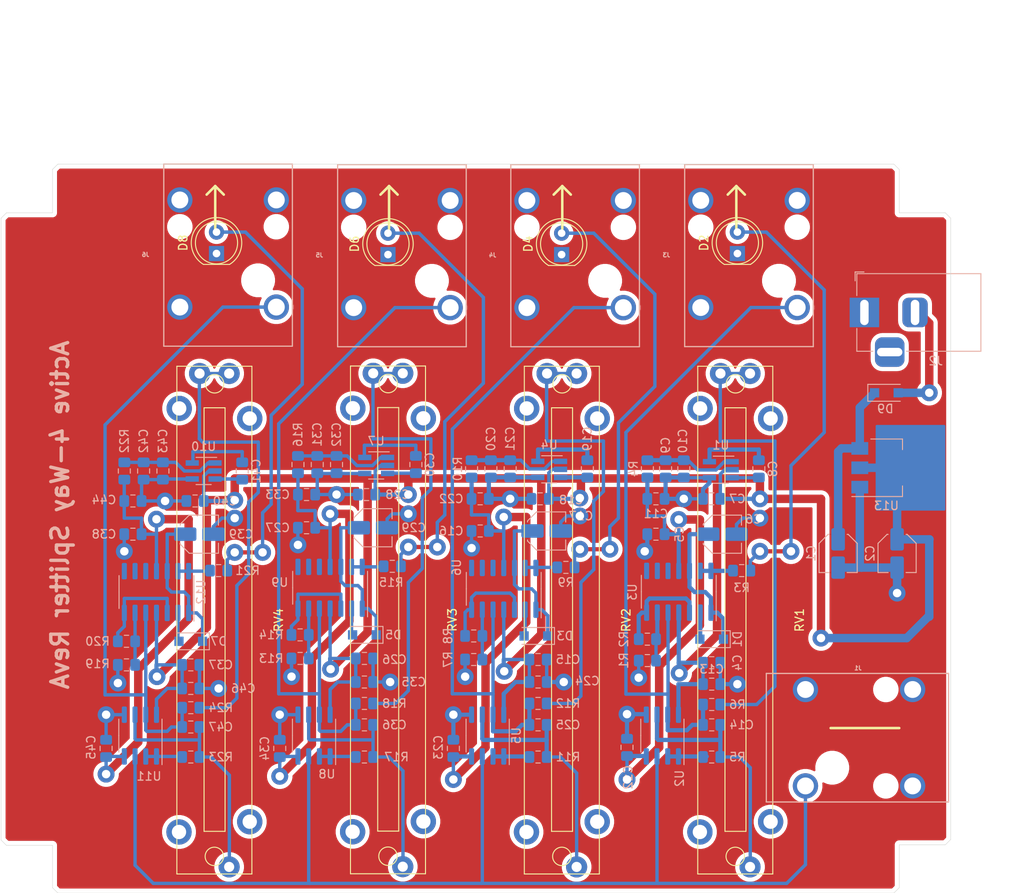
<source format=kicad_pcb>
(kicad_pcb (version 20171130) (host pcbnew "(5.1.6-0-10_14)")
  (title_block (comment 1 "F.Cu is ground plane!"))
  (layers (0 F.Cu signal) (31 B.Cu signal) (34 B.Paste user) (35 F.Paste user) (36 B.SilkS user) (37 F.SilkS user) (38 B.Mask user) (39 F.Mask user) (44 Edge.Cuts user))
  (net 0 "")
  (net 1 GNDS)
  (net 2 +5V)
  (net 3 /PowerSupply/+9V_POL)
  (net 4 "Net-(D1-Pad2)")
  (net 5 "Net-(D2-Pad2)")
  (net 6 "Net-(D3-Pad2)")
  (net 7 "Net-(D4-Pad2)")
  (net 8 /PowerSupply/+9V_IN)
  (net 9 "Net-(D6-Pad2)")
  (net 10 "Net-(D7-Pad2)")
  (net 11 "Net-(D8-Pad2)")
  (net 12 "Net-(C30-Pad2)")
  (net 13 "Net-(C30-Pad1)")
  (net 14 "Net-(R17-Pad2)")
  (net 15 "Net-(R18-Pad2)")
  (net 16 "Net-(R19-Pad2)")
  (net 17 "Net-(R20-Pad2)")
  (net 18 "Net-(R21-Pad2)")
  (net 19 "Net-(R23-Pad2)")
  (net 20 "Net-(C36-Pad2)")
  (net 21 "Net-(C39-Pad1)")
  (net 22 "Net-(R2-Pad2)")
  (net 23 "Net-(R12-Pad2)")
  (net 24 "Net-(R24-Pad2)")
  (net 25 /InputBuffer1/5VNEG)
  (net 26 "Net-(C6-Pad1)")
  (net 27 "Net-(C8-Pad2)")
  (net 28 "Net-(C8-Pad1)")
  (net 29 /NegPwrRail1/-5VOUT)
  (net 30 "Net-(C14-Pad2)")
  (net 31 /PeakDetector1/SIGNAL_INPUT)
  (net 32 /sheet5F6A30A3/5VNEG)
  (net 33 "Net-(C17-Pad1)")
  (net 34 "Net-(C19-Pad2)")
  (net 35 "Net-(C19-Pad1)")
  (net 36 /sheet5F6A30A4/-5VOUT)
  (net 37 "Net-(C25-Pad2)")
  (net 38 /sheet5F6A30A3/SIGNAL_INPUT)
  (net 39 /sheet5F6A444D/5VNEG)
  (net 40 "Net-(C28-Pad1)")
  (net 41 /sheet5F6A444E/-5VOUT)
  (net 42 /sheet5F6A444D/SIGNAL_INPUT)
  (net 43 /sheet5F6AEF15/5VNEG)
  (net 44 "Net-(C41-Pad2)")
  (net 45 "Net-(C41-Pad1)")
  (net 46 /sheet5F6AEF16/-5VOUT)
  (net 47 "Net-(C47-Pad2)")
  (net 48 /sheet5F6AEF15/SIGNAL_INPUT)
  (net 49 "Net-(D5-Pad2)")
  (net 50 /InputBuffer1/SIGNAL_INPUT)
  (net 51 "Net-(R1-Pad2)")
  (net 52 "Net-(R3-Pad2)")
  (net 53 "Net-(R5-Pad2)")
  (net 54 "Net-(R6-Pad2)")
  (net 55 "Net-(R7-Pad2)")
  (net 56 "Net-(R8-Pad2)")
  (net 57 "Net-(R9-Pad2)")
  (net 58 "Net-(R11-Pad2)")
  (net 59 "Net-(R13-Pad2)")
  (net 60 "Net-(R14-Pad2)")
  (net 61 "Net-(R15-Pad2)")
  (net 62 "Net-(U3-Pad10)")
  (net 63 "Net-(U3-Pad9)")
  (net 64 "Net-(U3-Pad8)")
  (net 65 "Net-(U6-Pad10)")
  (net 66 "Net-(U6-Pad9)")
  (net 67 "Net-(U6-Pad8)")
  (net 68 "Net-(U9-Pad10)")
  (net 69 "Net-(U9-Pad9)")
  (net 70 "Net-(U9-Pad8)")
  (net 71 "Net-(U12-Pad10)")
  (net 72 "Net-(U12-Pad9)")
  (net 73 "Net-(U12-Pad8)")
  (module Bourn_PTA_Slider:Slider_PTA4543_60MM (layer F.Cu) (at 166.878 98.7044 270)
    (fp_text reference RV1 (at 0 -7.62 90) (layer F.SilkS))
    (fp_text value 1K)
    (pad 1 thru_hole circle (at -29.2354 -1.7526 270) (size 2.5 2.5) (drill 1.2) (layers *.Cu *.Mask) (net 54 "Net-(R6-Pad2)"))
    (pad 2 thru_hole circle (at -29.2354 1.7526 270) (size 2.5 2.5) (drill 1.2) (layers *.Cu *.Mask) (net 54 "Net-(R6-Pad2)"))
    (pad 3 thru_hole circle (at 29.2608 -1.7526 270) (size 2.5 2.5) (drill 1.2) (layers *.Cu *.Mask) (net 30 "Net-(C14-Pad2)"))
    (pad "" thru_hole circle (at -23.9014 -4.191 270) (size 3 3) (drill 1.7) (layers *.Cu *.Mask))
    (pad "" thru_hole circle (at -25.0952 4.1656 270) (size 3 3) (drill 1.7) (layers *.Cu *.Mask))
    (pad "" thru_hole circle (at 23.9014 -4.191 270) (size 3 3) (drill 1.7) (layers *.Cu *.Mask))
    (pad "" thru_hole circle (at 25.1206 4.191 270) (size 3 3) (drill 1.7) (layers *.Cu *.Mask))
  )
  (module Bourn_PTA_Slider:Slider_PTA4543_60MM (layer F.Cu) (at 146.3294 98.7044 270)
    (fp_text reference RV2 (at 0 -7.62 90) (layer F.SilkS))
    (fp_text value 1K)
    (pad 1 thru_hole circle (at -29.2354 -1.7526 270) (size 2.5 2.5) (drill 1.2) (layers *.Cu *.Mask) (net 23 "Net-(R12-Pad2)"))
    (pad 2 thru_hole circle (at -29.2354 1.7526 270) (size 2.5 2.5) (drill 1.2) (layers *.Cu *.Mask) (net 23 "Net-(R12-Pad2)"))
    (pad 3 thru_hole circle (at 29.2608 -1.7526 270) (size 2.5 2.5) (drill 1.2) (layers *.Cu *.Mask) (net 37 "Net-(C25-Pad2)"))
    (pad "" thru_hole circle (at -23.9014 -4.191 270) (size 3 3) (drill 1.7) (layers *.Cu *.Mask))
    (pad "" thru_hole circle (at -25.0952 4.1656 270) (size 3 3) (drill 1.7) (layers *.Cu *.Mask))
    (pad "" thru_hole circle (at 23.9014 -4.191 270) (size 3 3) (drill 1.7) (layers *.Cu *.Mask))
    (pad "" thru_hole circle (at 25.1206 4.191 270) (size 3 3) (drill 1.7) (layers *.Cu *.Mask))
  )
  (module Bourn_PTA_Slider:Slider_PTA4543_60MM (layer F.Cu) (at 125.73 98.679 270)
    (fp_text reference RV3 (at 0 -7.62 90) (layer F.SilkS))
    (fp_text value 1K)
    (pad 1 thru_hole circle (at -29.2354 -1.7526 270) (size 2.5 2.5) (drill 1.2) (layers *.Cu *.Mask) (net 15 "Net-(R18-Pad2)"))
    (pad 2 thru_hole circle (at -29.2354 1.7526 270) (size 2.5 2.5) (drill 1.2) (layers *.Cu *.Mask) (net 15 "Net-(R18-Pad2)"))
    (pad 3 thru_hole circle (at 29.2608 -1.7526 270) (size 2.5 2.5) (drill 1.2) (layers *.Cu *.Mask) (net 20 "Net-(C36-Pad2)"))
    (pad "" thru_hole circle (at -23.9014 -4.191 270) (size 3 3) (drill 1.7) (layers *.Cu *.Mask))
    (pad "" thru_hole circle (at -25.0952 4.1656 270) (size 3 3) (drill 1.7) (layers *.Cu *.Mask))
    (pad "" thru_hole circle (at 23.9014 -4.191 270) (size 3 3) (drill 1.7) (layers *.Cu *.Mask))
    (pad "" thru_hole circle (at 25.1206 4.191 270) (size 3 3) (drill 1.7) (layers *.Cu *.Mask))
  )
  (module Bourn_PTA_Slider:Slider_PTA4543_60MM (layer F.Cu) (at 105.156 98.7044 270)
    (fp_text reference RV4 (at 0 -7.62 90) (layer F.SilkS))
    (fp_text value 1K)
    (pad 1 thru_hole circle (at -29.2354 -1.7526 270) (size 2.5 2.5) (drill 1.2) (layers *.Cu *.Mask) (net 24 "Net-(R24-Pad2)"))
    (pad 2 thru_hole circle (at -29.2354 1.7526 270) (size 2.5 2.5) (drill 1.2) (layers *.Cu *.Mask) (net 24 "Net-(R24-Pad2)"))
    (pad 3 thru_hole circle (at 29.2608 -1.7526 270) (size 2.5 2.5) (drill 1.2) (layers *.Cu *.Mask) (net 47 "Net-(C47-Pad2)"))
    (pad "" thru_hole circle (at -23.9014 -4.191 270) (size 3 3) (drill 1.7) (layers *.Cu *.Mask))
    (pad "" thru_hole circle (at -25.0952 4.1656 270) (size 3 3) (drill 1.7) (layers *.Cu *.Mask))
    (pad "" thru_hole circle (at 23.9014 -4.191 270) (size 3 3) (drill 1.7) (layers *.Cu *.Mask))
    (pad "" thru_hole circle (at 25.1206 4.191 270) (size 3 3) (drill 1.7) (layers *.Cu *.Mask))
  )
  (module LED_THT:LED_D5.0mm (layer F.Cu) (at 167.132 55.245 90)
    (fp_text reference D2 (at 1.27 -3.96 90) (layer F.SilkS))
    (fp_text value LED)
    (pad 2 thru_hole circle (at 2.54 0 90) (size 1.8 1.8) (drill 0.9) (layers *.Cu *.Mask) (net 5 "Net-(D2-Pad2)"))
    (pad 1 thru_hole rect (at 0 0 90) (size 1.8 1.8) (drill 0.9) (layers *.Cu *.Mask) (net 1 GNDS))
  )
  (module Package_TO_SOT_SMD:SOT-223-3_TabPin2 (layer B.Cu) (at 184.785 80.645)
    (fp_text reference U13 (at 0 4.5) (layer B.SilkS) (effects (justify mirror)))
    (fp_text value AZ1117-5.0)
    (pad 1 smd rect (at -3.15 2.3) (size 2 1.5) (layers B.Cu B.Paste B.Mask) (net 1 GNDS))
    (pad 3 smd rect (at -3.15 -2.3) (size 2 1.5) (layers B.Cu B.Paste B.Mask) (net 3 /PowerSupply/+9V_POL))
    (pad 2 smd rect (at -3.15 0) (size 2 1.5) (layers B.Cu B.Paste B.Mask) (net 2 +5V))
    (pad 2 smd rect (at 3.15 0) (size 2 3.8) (layers B.Cu B.Paste B.Mask) (net 2 +5V))
  )
  (module Package_SO:SOIC-14_3.9x8.7mm_P1.27mm (layer B.Cu) (at 98.298 95.377 90)
    (fp_text reference U12 (at 0 5.28 90) (layer B.SilkS) (effects (justify mirror)))
    (fp_text value TL074)
    (pad 14 smd roundrect (at 2.475 3.81 90) (size 1.95 0.6) (layers B.Cu B.Paste B.Mask) (net 18 "Net-(R21-Pad2)"))
    (pad 13 smd roundrect (at 2.475 2.54 90) (size 1.95 0.6) (layers B.Cu B.Paste B.Mask) (net 18 "Net-(R21-Pad2)"))
    (pad 12 smd roundrect (at 2.475 1.27 90) (size 1.95 0.6) (layers B.Cu B.Paste B.Mask) (net 21 "Net-(C39-Pad1)"))
    (pad 11 smd roundrect (at 2.475 0 90) (size 1.95 0.6) (layers B.Cu B.Paste B.Mask) (net 43 /sheet5F6AEF15/5VNEG))
    (pad 10 smd roundrect (at 2.475 -1.27 90) (size 1.95 0.6) (layers B.Cu B.Paste B.Mask) (net 71 "Net-(U12-Pad10)"))
    (pad 9 smd roundrect (at 2.475 -2.54 90) (size 1.95 0.6) (layers B.Cu B.Paste B.Mask) (net 72 "Net-(U12-Pad9)"))
    (pad 8 smd roundrect (at 2.475 -3.81 90) (size 1.95 0.6) (layers B.Cu B.Paste B.Mask) (net 73 "Net-(U12-Pad8)"))
    (pad 7 smd roundrect (at -2.475 -3.81 90) (size 1.95 0.6) (layers B.Cu B.Paste B.Mask) (net 17 "Net-(R20-Pad2)"))
    (pad 6 smd roundrect (at -2.475 -2.54 90) (size 1.95 0.6) (layers B.Cu B.Paste B.Mask) (net 16 "Net-(R19-Pad2)"))
    (pad 5 smd roundrect (at -2.475 -1.27 90) (size 1.95 0.6) (layers B.Cu B.Paste B.Mask) (net 48 /sheet5F6AEF15/SIGNAL_INPUT))
    (pad 4 smd roundrect (at -2.475 0 90) (size 1.95 0.6) (layers B.Cu B.Paste B.Mask) (net 2 +5V))
    (pad 3 smd roundrect (at -2.475 1.27 90) (size 1.95 0.6) (layers B.Cu B.Paste B.Mask) (net 17 "Net-(R20-Pad2)"))
    (pad 2 smd roundrect (at -2.475 2.54 90) (size 1.95 0.6) (layers B.Cu B.Paste B.Mask) (net 10 "Net-(D7-Pad2)"))
    (pad 1 smd roundrect (at -2.475 3.81 90) (size 1.95 0.6) (layers B.Cu B.Paste B.Mask) (net 21 "Net-(C39-Pad1)"))
  )
  (module Package_SO:SOIC-8_3.9x4.9mm_P1.27mm (layer B.Cu) (at 96.393 112.395 90)
    (fp_text reference U11 (at -4.826 1.016) (layer B.SilkS) (effects (justify mirror)))
    (fp_text value TL072)
    (pad 8 smd roundrect (at 2.475 1.905 90) (size 1.95 0.6) (layers B.Cu B.Paste B.Mask) (net 2 +5V))
    (pad 7 smd roundrect (at 2.475 0.635 90) (size 1.95 0.6) (layers B.Cu B.Paste B.Mask) (net 48 /sheet5F6AEF15/SIGNAL_INPUT))
    (pad 6 smd roundrect (at 2.475 -0.635 90) (size 1.95 0.6) (layers B.Cu B.Paste B.Mask) (net 47 "Net-(C47-Pad2)"))
    (pad 5 smd roundrect (at 2.475 -1.905 90) (size 1.95 0.6) (layers B.Cu B.Paste B.Mask) (net 1 GNDS))
    (pad 4 smd roundrect (at -2.475 -1.905 90) (size 1.95 0.6) (layers B.Cu B.Paste B.Mask) (net 43 /sheet5F6AEF15/5VNEG))
    (pad 3 smd roundrect (at -2.475 -0.635 90) (size 1.95 0.6) (layers B.Cu B.Paste B.Mask) (net 50 /InputBuffer1/SIGNAL_INPUT))
    (pad 2 smd roundrect (at -2.475 0.635 90) (size 1.95 0.6) (layers B.Cu B.Paste B.Mask) (net 19 "Net-(R23-Pad2)"))
    (pad 1 smd roundrect (at -2.475 1.905 90) (size 1.95 0.6) (layers B.Cu B.Paste B.Mask) (net 19 "Net-(R23-Pad2)"))
  )
  (module Package_TO_SOT_SMD:SOT-23-5_HandSoldering (layer B.Cu) (at 103.886 81.026 180)
    (fp_text reference U10 (at 0 2.9) (layer B.SilkS) (effects (justify mirror)))
    (fp_text value TPS60403)
    (pad 5 smd rect (at 1.35 0.95 180) (size 1.56 0.65) (layers B.Cu B.Paste B.Mask) (net 44 "Net-(C41-Pad2)"))
    (pad 4 smd rect (at 1.35 -0.95 180) (size 1.56 0.65) (layers B.Cu B.Paste B.Mask) (net 1 GNDS))
    (pad 3 smd rect (at -1.35 -0.95 180) (size 1.56 0.65) (layers B.Cu B.Paste B.Mask) (net 45 "Net-(C41-Pad1)"))
    (pad 2 smd rect (at -1.35 0 180) (size 1.56 0.65) (layers B.Cu B.Paste B.Mask) (net 2 +5V))
    (pad 1 smd rect (at -1.35 0.95 180) (size 1.56 0.65) (layers B.Cu B.Paste B.Mask) (net 46 /sheet5F6AEF16/-5VOUT))
  )
  (module Package_SO:SOIC-14_3.9x8.7mm_P1.27mm (layer B.Cu) (at 118.872 94.869 90)
    (fp_text reference U9 (at 0.635 -5.969 180) (layer B.SilkS) (effects (justify mirror)))
    (fp_text value TL074)
    (pad 14 smd roundrect (at 2.475 3.81 90) (size 1.95 0.6) (layers B.Cu B.Paste B.Mask) (net 61 "Net-(R15-Pad2)"))
    (pad 13 smd roundrect (at 2.475 2.54 90) (size 1.95 0.6) (layers B.Cu B.Paste B.Mask) (net 61 "Net-(R15-Pad2)"))
    (pad 12 smd roundrect (at 2.475 1.27 90) (size 1.95 0.6) (layers B.Cu B.Paste B.Mask) (net 40 "Net-(C28-Pad1)"))
    (pad 11 smd roundrect (at 2.475 0 90) (size 1.95 0.6) (layers B.Cu B.Paste B.Mask) (net 39 /sheet5F6A444D/5VNEG))
    (pad 10 smd roundrect (at 2.475 -1.27 90) (size 1.95 0.6) (layers B.Cu B.Paste B.Mask) (net 68 "Net-(U9-Pad10)"))
    (pad 9 smd roundrect (at 2.475 -2.54 90) (size 1.95 0.6) (layers B.Cu B.Paste B.Mask) (net 69 "Net-(U9-Pad9)"))
    (pad 8 smd roundrect (at 2.475 -3.81 90) (size 1.95 0.6) (layers B.Cu B.Paste B.Mask) (net 70 "Net-(U9-Pad8)"))
    (pad 7 smd roundrect (at -2.475 -3.81 90) (size 1.95 0.6) (layers B.Cu B.Paste B.Mask) (net 60 "Net-(R14-Pad2)"))
    (pad 6 smd roundrect (at -2.475 -2.54 90) (size 1.95 0.6) (layers B.Cu B.Paste B.Mask) (net 59 "Net-(R13-Pad2)"))
    (pad 5 smd roundrect (at -2.475 -1.27 90) (size 1.95 0.6) (layers B.Cu B.Paste B.Mask) (net 42 /sheet5F6A444D/SIGNAL_INPUT))
    (pad 4 smd roundrect (at -2.475 0 90) (size 1.95 0.6) (layers B.Cu B.Paste B.Mask) (net 2 +5V))
    (pad 3 smd roundrect (at -2.475 1.27 90) (size 1.95 0.6) (layers B.Cu B.Paste B.Mask) (net 60 "Net-(R14-Pad2)"))
    (pad 2 smd roundrect (at -2.475 2.54 90) (size 1.95 0.6) (layers B.Cu B.Paste B.Mask) (net 49 "Net-(D5-Pad2)"))
    (pad 1 smd roundrect (at -2.475 3.81 90) (size 1.95 0.6) (layers B.Cu B.Paste B.Mask) (net 40 "Net-(C28-Pad1)"))
  )
  (module Package_SO:SOIC-8_3.9x4.9mm_P1.27mm (layer B.Cu) (at 116.967 112.395 90)
    (fp_text reference U8 (at -4.572 1.524) (layer B.SilkS) (effects (justify mirror)))
    (fp_text value TL072)
    (pad 8 smd roundrect (at 2.475 1.905 90) (size 1.95 0.6) (layers B.Cu B.Paste B.Mask) (net 2 +5V))
    (pad 7 smd roundrect (at 2.475 0.635 90) (size 1.95 0.6) (layers B.Cu B.Paste B.Mask) (net 42 /sheet5F6A444D/SIGNAL_INPUT))
    (pad 6 smd roundrect (at 2.475 -0.635 90) (size 1.95 0.6) (layers B.Cu B.Paste B.Mask) (net 20 "Net-(C36-Pad2)"))
    (pad 5 smd roundrect (at 2.475 -1.905 90) (size 1.95 0.6) (layers B.Cu B.Paste B.Mask) (net 1 GNDS))
    (pad 4 smd roundrect (at -2.475 -1.905 90) (size 1.95 0.6) (layers B.Cu B.Paste B.Mask) (net 39 /sheet5F6A444D/5VNEG))
    (pad 3 smd roundrect (at -2.475 -0.635 90) (size 1.95 0.6) (layers B.Cu B.Paste B.Mask) (net 50 /InputBuffer1/SIGNAL_INPUT))
    (pad 2 smd roundrect (at -2.475 0.635 90) (size 1.95 0.6) (layers B.Cu B.Paste B.Mask) (net 14 "Net-(R17-Pad2)"))
    (pad 1 smd roundrect (at -2.475 1.905 90) (size 1.95 0.6) (layers B.Cu B.Paste B.Mask) (net 14 "Net-(R17-Pad2)"))
  )
  (module Package_TO_SOT_SMD:SOT-23-5_HandSoldering (layer B.Cu) (at 124.332 80.368 180)
    (fp_text reference U7 (at 0 2.9) (layer B.SilkS) (effects (justify mirror)))
    (fp_text value TPS60403)
    (pad 5 smd rect (at 1.35 0.95 180) (size 1.56 0.65) (layers B.Cu B.Paste B.Mask) (net 12 "Net-(C30-Pad2)"))
    (pad 4 smd rect (at 1.35 -0.95 180) (size 1.56 0.65) (layers B.Cu B.Paste B.Mask) (net 1 GNDS))
    (pad 3 smd rect (at -1.35 -0.95 180) (size 1.56 0.65) (layers B.Cu B.Paste B.Mask) (net 13 "Net-(C30-Pad1)"))
    (pad 2 smd rect (at -1.35 0 180) (size 1.56 0.65) (layers B.Cu B.Paste B.Mask) (net 2 +5V))
    (pad 1 smd rect (at -1.35 0.95 180) (size 1.56 0.65) (layers B.Cu B.Paste B.Mask) (net 41 /sheet5F6A444E/-5VOUT))
  )
  (module Package_SO:SOIC-14_3.9x8.7mm_P1.27mm (layer B.Cu) (at 139.446 94.996 90)
    (fp_text reference U6 (at 2.54 -5.588 90) (layer B.SilkS) (effects (justify mirror)))
    (fp_text value TL074)
    (pad 14 smd roundrect (at 2.475 3.81 90) (size 1.95 0.6) (layers B.Cu B.Paste B.Mask) (net 57 "Net-(R9-Pad2)"))
    (pad 13 smd roundrect (at 2.475 2.54 90) (size 1.95 0.6) (layers B.Cu B.Paste B.Mask) (net 57 "Net-(R9-Pad2)"))
    (pad 12 smd roundrect (at 2.475 1.27 90) (size 1.95 0.6) (layers B.Cu B.Paste B.Mask) (net 33 "Net-(C17-Pad1)"))
    (pad 11 smd roundrect (at 2.475 0 90) (size 1.95 0.6) (layers B.Cu B.Paste B.Mask) (net 32 /sheet5F6A30A3/5VNEG))
    (pad 10 smd roundrect (at 2.475 -1.27 90) (size 1.95 0.6) (layers B.Cu B.Paste B.Mask) (net 65 "Net-(U6-Pad10)"))
    (pad 9 smd roundrect (at 2.475 -2.54 90) (size 1.95 0.6) (layers B.Cu B.Paste B.Mask) (net 66 "Net-(U6-Pad9)"))
    (pad 8 smd roundrect (at 2.475 -3.81 90) (size 1.95 0.6) (layers B.Cu B.Paste B.Mask) (net 67 "Net-(U6-Pad8)"))
    (pad 7 smd roundrect (at -2.475 -3.81 90) (size 1.95 0.6) (layers B.Cu B.Paste B.Mask) (net 56 "Net-(R8-Pad2)"))
    (pad 6 smd roundrect (at -2.475 -2.54 90) (size 1.95 0.6) (layers B.Cu B.Paste B.Mask) (net 55 "Net-(R7-Pad2)"))
    (pad 5 smd roundrect (at -2.475 -1.27 90) (size 1.95 0.6) (layers B.Cu B.Paste B.Mask) (net 38 /sheet5F6A30A3/SIGNAL_INPUT))
    (pad 4 smd roundrect (at -2.475 0 90) (size 1.95 0.6) (layers B.Cu B.Paste B.Mask) (net 2 +5V))
    (pad 3 smd roundrect (at -2.475 1.27 90) (size 1.95 0.6) (layers B.Cu B.Paste B.Mask) (net 56 "Net-(R8-Pad2)"))
    (pad 2 smd roundrect (at -2.475 2.54 90) (size 1.95 0.6) (layers B.Cu B.Paste B.Mask) (net 6 "Net-(D3-Pad2)"))
    (pad 1 smd roundrect (at -2.475 3.81 90) (size 1.95 0.6) (layers B.Cu B.Paste B.Mask) (net 33 "Net-(C17-Pad1)"))
  )
  (module Package_SO:SOIC-8_3.9x4.9mm_P1.27mm (layer B.Cu) (at 137.541 112.395 90)
    (fp_text reference U5 (at 0 3.4 90) (layer B.SilkS) (effects (justify mirror)))
    (fp_text value TL072)
    (pad 8 smd roundrect (at 2.475 1.905 90) (size 1.95 0.6) (layers B.Cu B.Paste B.Mask) (net 2 +5V))
    (pad 7 smd roundrect (at 2.475 0.635 90) (size 1.95 0.6) (layers B.Cu B.Paste B.Mask) (net 38 /sheet5F6A30A3/SIGNAL_INPUT))
    (pad 6 smd roundrect (at 2.475 -0.635 90) (size 1.95 0.6) (layers B.Cu B.Paste B.Mask) (net 37 "Net-(C25-Pad2)"))
    (pad 5 smd roundrect (at 2.475 -1.905 90) (size 1.95 0.6) (layers B.Cu B.Paste B.Mask) (net 1 GNDS))
    (pad 4 smd roundrect (at -2.475 -1.905 90) (size 1.95 0.6) (layers B.Cu B.Paste B.Mask) (net 32 /sheet5F6A30A3/5VNEG))
    (pad 3 smd roundrect (at -2.475 -0.635 90) (size 1.95 0.6) (layers B.Cu B.Paste B.Mask) (net 50 /InputBuffer1/SIGNAL_INPUT))
    (pad 2 smd roundrect (at -2.475 0.635 90) (size 1.95 0.6) (layers B.Cu B.Paste B.Mask) (net 58 "Net-(R11-Pad2)"))
    (pad 1 smd roundrect (at -2.475 1.905 90) (size 1.95 0.6) (layers B.Cu B.Paste B.Mask) (net 58 "Net-(R11-Pad2)"))
  )
  (module Package_TO_SOT_SMD:SOT-23-5_HandSoldering (layer B.Cu) (at 144.832 80.832 180)
    (fp_text reference U4 (at 0 2.9) (layer B.SilkS) (effects (justify mirror)))
    (fp_text value TPS60403)
    (pad 5 smd rect (at 1.35 0.95 180) (size 1.56 0.65) (layers B.Cu B.Paste B.Mask) (net 34 "Net-(C19-Pad2)"))
    (pad 4 smd rect (at 1.35 -0.95 180) (size 1.56 0.65) (layers B.Cu B.Paste B.Mask) (net 1 GNDS))
    (pad 3 smd rect (at -1.35 -0.95 180) (size 1.56 0.65) (layers B.Cu B.Paste B.Mask) (net 35 "Net-(C19-Pad1)"))
    (pad 2 smd rect (at -1.35 0 180) (size 1.56 0.65) (layers B.Cu B.Paste B.Mask) (net 2 +5V))
    (pad 1 smd rect (at -1.35 0.95 180) (size 1.56 0.65) (layers B.Cu B.Paste B.Mask) (net 36 /sheet5F6A30A4/-5VOUT))
  )
  (module Package_SO:SOIC-14_3.9x8.7mm_P1.27mm (layer B.Cu) (at 160.184 95.343 90)
    (fp_text reference U3 (at -0.034 -5.498 90) (layer B.SilkS) (effects (justify mirror)))
    (fp_text value TL074)
    (pad 14 smd roundrect (at 2.475 3.81 90) (size 1.95 0.6) (layers B.Cu B.Paste B.Mask) (net 52 "Net-(R3-Pad2)"))
    (pad 13 smd roundrect (at 2.475 2.54 90) (size 1.95 0.6) (layers B.Cu B.Paste B.Mask) (net 52 "Net-(R3-Pad2)"))
    (pad 12 smd roundrect (at 2.475 1.27 90) (size 1.95 0.6) (layers B.Cu B.Paste B.Mask) (net 26 "Net-(C6-Pad1)"))
    (pad 11 smd roundrect (at 2.475 0 90) (size 1.95 0.6) (layers B.Cu B.Paste B.Mask) (net 25 /InputBuffer1/5VNEG))
    (pad 10 smd roundrect (at 2.475 -1.27 90) (size 1.95 0.6) (layers B.Cu B.Paste B.Mask) (net 62 "Net-(U3-Pad10)"))
    (pad 9 smd roundrect (at 2.475 -2.54 90) (size 1.95 0.6) (layers B.Cu B.Paste B.Mask) (net 63 "Net-(U3-Pad9)"))
    (pad 8 smd roundrect (at 2.475 -3.81 90) (size 1.95 0.6) (layers B.Cu B.Paste B.Mask) (net 64 "Net-(U3-Pad8)"))
    (pad 7 smd roundrect (at -2.475 -3.81 90) (size 1.95 0.6) (layers B.Cu B.Paste B.Mask) (net 22 "Net-(R2-Pad2)"))
    (pad 6 smd roundrect (at -2.475 -2.54 90) (size 1.95 0.6) (layers B.Cu B.Paste B.Mask) (net 51 "Net-(R1-Pad2)"))
    (pad 5 smd roundrect (at -2.475 -1.27 90) (size 1.95 0.6) (layers B.Cu B.Paste B.Mask) (net 31 /PeakDetector1/SIGNAL_INPUT))
    (pad 4 smd roundrect (at -2.475 0 90) (size 1.95 0.6) (layers B.Cu B.Paste B.Mask) (net 2 +5V))
    (pad 3 smd roundrect (at -2.475 1.27 90) (size 1.95 0.6) (layers B.Cu B.Paste B.Mask) (net 22 "Net-(R2-Pad2)"))
    (pad 2 smd roundrect (at -2.475 2.54 90) (size 1.95 0.6) (layers B.Cu B.Paste B.Mask) (net 4 "Net-(D1-Pad2)"))
    (pad 1 smd roundrect (at -2.475 3.81 90) (size 1.95 0.6) (layers B.Cu B.Paste B.Mask) (net 26 "Net-(C6-Pad1)"))
  )
  (module Package_SO:SOIC-8_3.9x4.9mm_P1.27mm (layer B.Cu) (at 158.242 112.395 90)
    (fp_text reference U2 (at -5.08 2.032 90) (layer B.SilkS) (effects (justify mirror)))
    (fp_text value TL072)
    (pad 8 smd roundrect (at 2.475 1.905 90) (size 1.95 0.6) (layers B.Cu B.Paste B.Mask) (net 2 +5V))
    (pad 7 smd roundrect (at 2.475 0.635 90) (size 1.95 0.6) (layers B.Cu B.Paste B.Mask) (net 31 /PeakDetector1/SIGNAL_INPUT))
    (pad 6 smd roundrect (at 2.475 -0.635 90) (size 1.95 0.6) (layers B.Cu B.Paste B.Mask) (net 30 "Net-(C14-Pad2)"))
    (pad 5 smd roundrect (at 2.475 -1.905 90) (size 1.95 0.6) (layers B.Cu B.Paste B.Mask) (net 1 GNDS))
    (pad 4 smd roundrect (at -2.475 -1.905 90) (size 1.95 0.6) (layers B.Cu B.Paste B.Mask) (net 25 /InputBuffer1/5VNEG))
    (pad 3 smd roundrect (at -2.475 -0.635 90) (size 1.95 0.6) (layers B.Cu B.Paste B.Mask) (net 50 /InputBuffer1/SIGNAL_INPUT))
    (pad 2 smd roundrect (at -2.475 0.635 90) (size 1.95 0.6) (layers B.Cu B.Paste B.Mask) (net 53 "Net-(R5-Pad2)"))
    (pad 1 smd roundrect (at -2.475 1.905 90) (size 1.95 0.6) (layers B.Cu B.Paste B.Mask) (net 53 "Net-(R5-Pad2)"))
  )
  (module Package_TO_SOT_SMD:SOT-23-5_HandSoldering (layer B.Cu) (at 165.17 80.876 180)
    (fp_text reference U1 (at 0 2.9) (layer B.SilkS) (effects (justify mirror)))
    (fp_text value TPS60403)
    (pad 5 smd rect (at 1.35 0.95 180) (size 1.56 0.65) (layers B.Cu B.Paste B.Mask) (net 27 "Net-(C8-Pad2)"))
    (pad 4 smd rect (at 1.35 -0.95 180) (size 1.56 0.65) (layers B.Cu B.Paste B.Mask) (net 1 GNDS))
    (pad 3 smd rect (at -1.35 -0.95 180) (size 1.56 0.65) (layers B.Cu B.Paste B.Mask) (net 28 "Net-(C8-Pad1)"))
    (pad 2 smd rect (at -1.35 0 180) (size 1.56 0.65) (layers B.Cu B.Paste B.Mask) (net 2 +5V))
    (pad 1 smd rect (at -1.35 0.95 180) (size 1.56 0.65) (layers B.Cu B.Paste B.Mask) (net 29 /NegPwrRail1/-5VOUT))
  )
  (module Resistor_SMD:R_0805_2012Metric_Pad1.15x1.40mm_HandSolder (layer B.Cu) (at 102.362 109.093)
    (fp_text reference R24 (at 3.556 0) (layer B.SilkS) (effects (justify mirror)))
    (fp_text value 100R)
    (pad 2 smd roundrect (at 1.025 0) (size 1.15 1.4) (layers B.Cu B.Paste B.Mask) (roundrect_rratio 0.217391) (net 24 "Net-(R24-Pad2)"))
    (pad 1 smd roundrect (at -1.025 0) (size 1.15 1.4) (layers B.Cu B.Paste B.Mask) (roundrect_rratio 0.217391) (net 48 /sheet5F6AEF15/SIGNAL_INPUT))
  )
  (module Resistor_SMD:R_0805_2012Metric_Pad1.15x1.40mm_HandSolder (layer B.Cu) (at 102.362 114.935 180)
    (fp_text reference R23 (at -3.556 0) (layer B.SilkS) (effects (justify mirror)))
    (fp_text value 560R)
    (pad 2 smd roundrect (at 1.025 0 180) (size 1.15 1.4) (layers B.Cu B.Paste B.Mask) (roundrect_rratio 0.217391) (net 19 "Net-(R23-Pad2)"))
    (pad 1 smd roundrect (at -1.025 0 180) (size 1.15 1.4) (layers B.Cu B.Paste B.Mask) (roundrect_rratio 0.217391) (net 47 "Net-(C47-Pad2)"))
  )
  (module Resistor_SMD:R_0805_2012Metric_Pad1.15x1.40mm_HandSolder (layer B.Cu) (at 94.488 81.026 270)
    (fp_text reference R22 (at -3.556 0 90) (layer B.SilkS) (effects (justify mirror)))
    (fp_text value 22R)
    (pad 2 smd roundrect (at 1.025 0 270) (size 1.15 1.4) (layers B.Cu B.Paste B.Mask) (roundrect_rratio 0.217391) (net 43 /sheet5F6AEF15/5VNEG))
    (pad 1 smd roundrect (at -1.025 0 270) (size 1.15 1.4) (layers B.Cu B.Paste B.Mask) (roundrect_rratio 0.217391) (net 46 /sheet5F6AEF16/-5VOUT))
  )
  (module Resistor_SMD:R_0805_2012Metric_Pad1.15x1.40mm_HandSolder (layer B.Cu) (at 105.664 92.837 180)
    (fp_text reference R21 (at -3.429 0) (layer B.SilkS) (effects (justify mirror)))
    (fp_text value 220R)
    (pad 2 smd roundrect (at 1.025 0 180) (size 1.15 1.4) (layers B.Cu B.Paste B.Mask) (roundrect_rratio 0.217391) (net 18 "Net-(R21-Pad2)"))
    (pad 1 smd roundrect (at -1.025 0 180) (size 1.15 1.4) (layers B.Cu B.Paste B.Mask) (roundrect_rratio 0.217391) (net 11 "Net-(D8-Pad2)"))
  )
  (module Resistor_SMD:R_0805_2012Metric_Pad1.15x1.40mm_HandSolder (layer B.Cu) (at 94.742 101.219 180)
    (fp_text reference R20 (at 3.429 0) (layer B.SilkS) (effects (justify mirror)))
    (fp_text value 120K)
    (pad 2 smd roundrect (at 1.025 0 180) (size 1.15 1.4) (layers B.Cu B.Paste B.Mask) (roundrect_rratio 0.217391) (net 17 "Net-(R20-Pad2)"))
    (pad 1 smd roundrect (at -1.025 0 180) (size 1.15 1.4) (layers B.Cu B.Paste B.Mask) (roundrect_rratio 0.217391) (net 16 "Net-(R19-Pad2)"))
  )
  (module Resistor_SMD:R_0805_2012Metric_Pad1.15x1.40mm_HandSolder (layer B.Cu) (at 94.742 104.013)
    (fp_text reference R19 (at -3.429 -0.127) (layer B.SilkS) (effects (justify mirror)))
    (fp_text value 1K)
    (pad 2 smd roundrect (at 1.025 0) (size 1.15 1.4) (layers B.Cu B.Paste B.Mask) (roundrect_rratio 0.217391) (net 16 "Net-(R19-Pad2)"))
    (pad 1 smd roundrect (at -1.025 0) (size 1.15 1.4) (layers B.Cu B.Paste B.Mask) (roundrect_rratio 0.217391) (net 1 GNDS))
  )
  (module Resistor_SMD:R_0805_2012Metric_Pad1.15x1.40mm_HandSolder (layer B.Cu) (at 122.936 108.585)
    (fp_text reference R18 (at 3.556 0) (layer B.SilkS) (effects (justify mirror)))
    (fp_text value 100R)
    (pad 2 smd roundrect (at 1.025 0) (size 1.15 1.4) (layers B.Cu B.Paste B.Mask) (roundrect_rratio 0.217391) (net 15 "Net-(R18-Pad2)"))
    (pad 1 smd roundrect (at -1.025 0) (size 1.15 1.4) (layers B.Cu B.Paste B.Mask) (roundrect_rratio 0.217391) (net 42 /sheet5F6A444D/SIGNAL_INPUT))
  )
  (module Resistor_SMD:R_0805_2012Metric_Pad1.15x1.40mm_HandSolder (layer B.Cu) (at 122.936 114.935 180)
    (fp_text reference R17 (at -3.81 0) (layer B.SilkS) (effects (justify mirror)))
    (fp_text value 560R)
    (pad 2 smd roundrect (at 1.025 0 180) (size 1.15 1.4) (layers B.Cu B.Paste B.Mask) (roundrect_rratio 0.217391) (net 14 "Net-(R17-Pad2)"))
    (pad 1 smd roundrect (at -1.025 0 180) (size 1.15 1.4) (layers B.Cu B.Paste B.Mask) (roundrect_rratio 0.217391) (net 20 "Net-(C36-Pad2)"))
  )
  (module Resistor_SMD:R_0805_2012Metric_Pad1.15x1.40mm_HandSolder (layer B.Cu) (at 115.062 80.264 270)
    (fp_text reference R16 (at -3.556 0 90) (layer B.SilkS) (effects (justify mirror)))
    (fp_text value 22R)
    (pad 2 smd roundrect (at 1.025 0 270) (size 1.15 1.4) (layers B.Cu B.Paste B.Mask) (roundrect_rratio 0.217391) (net 39 /sheet5F6A444D/5VNEG))
    (pad 1 smd roundrect (at -1.025 0 270) (size 1.15 1.4) (layers B.Cu B.Paste B.Mask) (roundrect_rratio 0.217391) (net 41 /sheet5F6A444E/-5VOUT))
  )
  (module Resistor_SMD:R_0805_2012Metric_Pad1.15x1.40mm_HandSolder (layer B.Cu) (at 126.238 92.329 180)
    (fp_text reference R15 (at 0.127 -1.905) (layer B.SilkS) (effects (justify mirror)))
    (fp_text value 220R)
    (pad 2 smd roundrect (at 1.025 0 180) (size 1.15 1.4) (layers B.Cu B.Paste B.Mask) (roundrect_rratio 0.217391) (net 61 "Net-(R15-Pad2)"))
    (pad 1 smd roundrect (at -1.025 0 180) (size 1.15 1.4) (layers B.Cu B.Paste B.Mask) (roundrect_rratio 0.217391) (net 9 "Net-(D6-Pad2)"))
  )
  (module Resistor_SMD:R_0805_2012Metric_Pad1.15x1.40mm_HandSolder (layer B.Cu) (at 115.316 100.457 180)
    (fp_text reference R14 (at 3.429 0) (layer B.SilkS) (effects (justify mirror)))
    (fp_text value 120K)
    (pad 2 smd roundrect (at 1.025 0 180) (size 1.15 1.4) (layers B.Cu B.Paste B.Mask) (roundrect_rratio 0.217391) (net 60 "Net-(R14-Pad2)"))
    (pad 1 smd roundrect (at -1.025 0 180) (size 1.15 1.4) (layers B.Cu B.Paste B.Mask) (roundrect_rratio 0.217391) (net 59 "Net-(R13-Pad2)"))
  )
  (module Resistor_SMD:R_0805_2012Metric_Pad1.15x1.40mm_HandSolder (layer B.Cu) (at 115.316 103.251)
    (fp_text reference R13 (at -3.429 0) (layer B.SilkS) (effects (justify mirror)))
    (fp_text value 1K)
    (pad 2 smd roundrect (at 1.025 0) (size 1.15 1.4) (layers B.Cu B.Paste B.Mask) (roundrect_rratio 0.217391) (net 59 "Net-(R13-Pad2)"))
    (pad 1 smd roundrect (at -1.025 0) (size 1.15 1.4) (layers B.Cu B.Paste B.Mask) (roundrect_rratio 0.217391) (net 1 GNDS))
  )
  (module Resistor_SMD:R_0805_2012Metric_Pad1.15x1.40mm_HandSolder (layer B.Cu) (at 143.51 108.585)
    (fp_text reference R12 (at 3.556 0) (layer B.SilkS) (effects (justify mirror)))
    (fp_text value 100R)
    (pad 2 smd roundrect (at 1.025 0) (size 1.15 1.4) (layers B.Cu B.Paste B.Mask) (roundrect_rratio 0.217391) (net 23 "Net-(R12-Pad2)"))
    (pad 1 smd roundrect (at -1.025 0) (size 1.15 1.4) (layers B.Cu B.Paste B.Mask) (roundrect_rratio 0.217391) (net 38 /sheet5F6A30A3/SIGNAL_INPUT))
  )
  (module Resistor_SMD:R_0805_2012Metric_Pad1.15x1.40mm_HandSolder (layer B.Cu) (at 143.51 114.935 180)
    (fp_text reference R11 (at -3.556 0) (layer B.SilkS) (effects (justify mirror)))
    (fp_text value 560R)
    (pad 2 smd roundrect (at 1.025 0 180) (size 1.15 1.4) (layers B.Cu B.Paste B.Mask) (roundrect_rratio 0.217391) (net 58 "Net-(R11-Pad2)"))
    (pad 1 smd roundrect (at -1.025 0 180) (size 1.15 1.4) (layers B.Cu B.Paste B.Mask) (roundrect_rratio 0.217391) (net 37 "Net-(C25-Pad2)"))
  )
  (module Resistor_SMD:R_0805_2012Metric_Pad1.15x1.40mm_HandSolder (layer B.Cu) (at 135.636 80.772 270)
    (fp_text reference R10 (at 0 1.65 90) (layer B.SilkS) (effects (justify mirror)))
    (fp_text value 22R)
    (pad 2 smd roundrect (at 1.025 0 270) (size 1.15 1.4) (layers B.Cu B.Paste B.Mask) (roundrect_rratio 0.217391) (net 32 /sheet5F6A30A3/5VNEG))
    (pad 1 smd roundrect (at -1.025 0 270) (size 1.15 1.4) (layers B.Cu B.Paste B.Mask) (roundrect_rratio 0.217391) (net 36 /sheet5F6A30A4/-5VOUT))
  )
  (module Resistor_SMD:R_0805_2012Metric_Pad1.15x1.40mm_HandSolder (layer B.Cu) (at 146.812 92.456 180)
    (fp_text reference R9 (at 0 -1.778) (layer B.SilkS) (effects (justify mirror)))
    (fp_text value 220R)
    (pad 2 smd roundrect (at 1.025 0 180) (size 1.15 1.4) (layers B.Cu B.Paste B.Mask) (roundrect_rratio 0.217391) (net 57 "Net-(R9-Pad2)"))
    (pad 1 smd roundrect (at -1.025 0 180) (size 1.15 1.4) (layers B.Cu B.Paste B.Mask) (roundrect_rratio 0.217391) (net 7 "Net-(D4-Pad2)"))
  )
  (module Resistor_SMD:R_0805_2012Metric_Pad1.15x1.40mm_HandSolder (layer B.Cu) (at 135.89 100.584 180)
    (fp_text reference R8 (at 3.048 0 270) (layer B.SilkS) (effects (justify mirror)))
    (fp_text value 120K)
    (pad 2 smd roundrect (at 1.025 0 180) (size 1.15 1.4) (layers B.Cu B.Paste B.Mask) (roundrect_rratio 0.217391) (net 56 "Net-(R8-Pad2)"))
    (pad 1 smd roundrect (at -1.025 0 180) (size 1.15 1.4) (layers B.Cu B.Paste B.Mask) (roundrect_rratio 0.217391) (net 55 "Net-(R7-Pad2)"))
  )
  (module Resistor_SMD:R_0805_2012Metric_Pad1.15x1.40mm_HandSolder (layer B.Cu) (at 135.89 103.378)
    (fp_text reference R7 (at -3.048 0 270) (layer B.SilkS) (effects (justify mirror)))
    (fp_text value 1K)
    (pad 2 smd roundrect (at 1.025 0) (size 1.15 1.4) (layers B.Cu B.Paste B.Mask) (roundrect_rratio 0.217391) (net 55 "Net-(R7-Pad2)"))
    (pad 1 smd roundrect (at -1.025 0) (size 1.15 1.4) (layers B.Cu B.Paste B.Mask) (roundrect_rratio 0.217391) (net 1 GNDS))
  )
  (module Resistor_SMD:R_0805_2012Metric_Pad1.15x1.40mm_HandSolder (layer B.Cu) (at 164.084 108.712)
    (fp_text reference R6 (at 3.048 0) (layer B.SilkS) (effects (justify mirror)))
    (fp_text value 100R)
    (pad 2 smd roundrect (at 1.025 0) (size 1.15 1.4) (layers B.Cu B.Paste B.Mask) (roundrect_rratio 0.217391) (net 54 "Net-(R6-Pad2)"))
    (pad 1 smd roundrect (at -1.025 0) (size 1.15 1.4) (layers B.Cu B.Paste B.Mask) (roundrect_rratio 0.217391) (net 31 /PeakDetector1/SIGNAL_INPUT))
  )
  (module Resistor_SMD:R_0805_2012Metric_Pad1.15x1.40mm_HandSolder (layer B.Cu) (at 164.084 114.935 180)
    (fp_text reference R5 (at -3.048 0) (layer B.SilkS) (effects (justify mirror)))
    (fp_text value 560R)
    (pad 2 smd roundrect (at 1.025 0 180) (size 1.15 1.4) (layers B.Cu B.Paste B.Mask) (roundrect_rratio 0.217391) (net 53 "Net-(R5-Pad2)"))
    (pad 1 smd roundrect (at -1.025 0 180) (size 1.15 1.4) (layers B.Cu B.Paste B.Mask) (roundrect_rratio 0.217391) (net 30 "Net-(C14-Pad2)"))
  )
  (module Resistor_SMD:R_0805_2012Metric_Pad1.15x1.40mm_HandSolder (layer B.Cu) (at 156.464 80.772 270)
    (fp_text reference R4 (at 0 1.65 90) (layer B.SilkS) (effects (justify mirror)))
    (fp_text value 22R)
    (pad 2 smd roundrect (at 1.025 0 270) (size 1.15 1.4) (layers B.Cu B.Paste B.Mask) (roundrect_rratio 0.217391) (net 25 /InputBuffer1/5VNEG))
    (pad 1 smd roundrect (at -1.025 0 270) (size 1.15 1.4) (layers B.Cu B.Paste B.Mask) (roundrect_rratio 0.217391) (net 29 /NegPwrRail1/-5VOUT))
  )
  (module Resistor_SMD:R_0805_2012Metric_Pad1.15x1.40mm_HandSolder (layer B.Cu) (at 167.64 92.837 180)
    (fp_text reference R3 (at 0 -2.032) (layer B.SilkS) (effects (justify mirror)))
    (fp_text value 220R)
    (pad 2 smd roundrect (at 1.025 0 180) (size 1.15 1.4) (layers B.Cu B.Paste B.Mask) (roundrect_rratio 0.217391) (net 52 "Net-(R3-Pad2)"))
    (pad 1 smd roundrect (at -1.025 0 180) (size 1.15 1.4) (layers B.Cu B.Paste B.Mask) (roundrect_rratio 0.217391) (net 5 "Net-(D2-Pad2)"))
  )
  (module Resistor_SMD:R_0805_2012Metric_Pad1.15x1.40mm_HandSolder (layer B.Cu) (at 156.464 100.965 180)
    (fp_text reference R2 (at 2.794 0 270) (layer B.SilkS) (effects (justify mirror)))
    (fp_text value 120K)
    (pad 2 smd roundrect (at 1.025 0 180) (size 1.15 1.4) (layers B.Cu B.Paste B.Mask) (roundrect_rratio 0.217391) (net 22 "Net-(R2-Pad2)"))
    (pad 1 smd roundrect (at -1.025 0 180) (size 1.15 1.4) (layers B.Cu B.Paste B.Mask) (roundrect_rratio 0.217391) (net 51 "Net-(R1-Pad2)"))
  )
  (module Resistor_SMD:R_0805_2012Metric_Pad1.15x1.40mm_HandSolder (layer B.Cu) (at 156.464 103.505)
    (fp_text reference R1 (at -2.794 0 270) (layer B.SilkS) (effects (justify mirror)))
    (fp_text value 1K)
    (pad 2 smd roundrect (at 1.025 0) (size 1.15 1.4) (layers B.Cu B.Paste B.Mask) (roundrect_rratio 0.217391) (net 51 "Net-(R1-Pad2)"))
    (pad 1 smd roundrect (at -1.025 0) (size 1.15 1.4) (layers B.Cu B.Paste B.Mask) (roundrect_rratio 0.217391) (net 1 GNDS))
  )
  (module LED_THT:LED_D5.0mm (layer F.Cu) (at 105.41 55.245 90)
    (fp_text reference D8 (at 1.27 -3.96 90) (layer F.SilkS))
    (fp_text value LED)
    (pad 2 thru_hole circle (at 2.54 0 90) (size 1.8 1.8) (drill 0.9) (layers *.Cu *.Mask) (net 11 "Net-(D8-Pad2)"))
    (pad 1 thru_hole rect (at 0 0 90) (size 1.8 1.8) (drill 0.9) (layers *.Cu *.Mask) (net 1 GNDS))
  )
  (module Diode_SMD:D_SOD-123F (layer B.Cu) (at 102.362 101.219 180)
    (fp_text reference D7 (at -3.302 0) (layer B.SilkS) (effects (justify mirror)))
    (fp_text value D_Schottky)
    (pad 2 smd rect (at 1.4 0 180) (size 1.1 1.1) (layers B.Cu B.Paste B.Mask) (net 10 "Net-(D7-Pad2)"))
    (pad 1 smd rect (at -1.4 0 180) (size 1.1 1.1) (layers B.Cu B.Paste B.Mask) (net 21 "Net-(C39-Pad1)"))
  )
  (module LED_THT:LED_D5.0mm (layer F.Cu) (at 125.73 55.372 90)
    (fp_text reference D6 (at 1.27 -3.96 90) (layer F.SilkS))
    (fp_text value LED)
    (pad 2 thru_hole circle (at 2.54 0 90) (size 1.8 1.8) (drill 0.9) (layers *.Cu *.Mask) (net 9 "Net-(D6-Pad2)"))
    (pad 1 thru_hole rect (at 0 0 90) (size 1.8 1.8) (drill 0.9) (layers *.Cu *.Mask) (net 1 GNDS))
  )
  (module Diode_SMD:D_SOD-123F (layer B.Cu) (at 122.936 100.457 180)
    (fp_text reference D5 (at -3.429 0) (layer B.SilkS) (effects (justify mirror)))
    (fp_text value D_Schottky)
    (pad 2 smd rect (at 1.4 0 180) (size 1.1 1.1) (layers B.Cu B.Paste B.Mask) (net 49 "Net-(D5-Pad2)"))
    (pad 1 smd rect (at -1.4 0 180) (size 1.1 1.1) (layers B.Cu B.Paste B.Mask) (net 40 "Net-(C28-Pad1)"))
  )
  (module LED_THT:LED_D5.0mm (layer F.Cu) (at 146.304 55.372 90)
    (fp_text reference D4 (at 1.27 -3.96 90) (layer F.SilkS))
    (fp_text value LED)
    (pad 2 thru_hole circle (at 2.54 0 90) (size 1.8 1.8) (drill 0.9) (layers *.Cu *.Mask) (net 7 "Net-(D4-Pad2)"))
    (pad 1 thru_hole rect (at 0 0 90) (size 1.8 1.8) (drill 0.9) (layers *.Cu *.Mask) (net 1 GNDS))
  )
  (module Diode_SMD:D_SOD-123F (layer B.Cu) (at 143.256 100.584 180)
    (fp_text reference D3 (at -3.429 0) (layer B.SilkS) (effects (justify mirror)))
    (fp_text value D_Schottky)
    (pad 2 smd rect (at 1.4 0 180) (size 1.1 1.1) (layers B.Cu B.Paste B.Mask) (net 6 "Net-(D3-Pad2)"))
    (pad 1 smd rect (at -1.4 0 180) (size 1.1 1.1) (layers B.Cu B.Paste B.Mask) (net 33 "Net-(C17-Pad1)"))
  )
  (module Diode_SMD:D_SOD-123F (layer B.Cu) (at 164.084 100.965 180)
    (fp_text reference D1 (at -3.048 0 270) (layer B.SilkS) (effects (justify mirror)))
    (fp_text value D_Schottky)
    (pad 2 smd rect (at 1.4 0 180) (size 1.1 1.1) (layers B.Cu B.Paste B.Mask) (net 4 "Net-(D1-Pad2)"))
    (pad 1 smd rect (at -1.4 0 180) (size 1.1 1.1) (layers B.Cu B.Paste B.Mask) (net 26 "Net-(C6-Pad1)"))
  )
  (module Diode_SMD:D_SOD-123F (layer B.Cu) (at 184.785 71.755)
    (fp_text reference D9 (at -0.127 1.905) (layer B.SilkS) (effects (justify mirror)))
    (fp_text value B0520LW-RH)
    (pad 2 smd rect (at 1.4 0) (size 1.1 1.1) (layers B.Cu B.Paste B.Mask) (net 8 /PowerSupply/+9V_IN))
    (pad 1 smd rect (at -1.4 0) (size 1.1 1.1) (layers B.Cu B.Paste B.Mask) (net 3 /PowerSupply/+9V_POL))
  )
  (module Capacitor_SMD:C_0805_2012Metric_Pad1.15x1.40mm_HandSolder (layer B.Cu) (at 102.362 111.379)
    (fp_text reference C47 (at 3.556 0) (layer B.SilkS) (effects (justify mirror)))
    (fp_text value 1pF)
    (pad 2 smd roundrect (at 1.025 0) (size 1.15 1.4) (layers B.Cu B.Paste B.Mask) (roundrect_rratio 0.217391) (net 47 "Net-(C47-Pad2)"))
    (pad 1 smd roundrect (at -1.025 0) (size 1.15 1.4) (layers B.Cu B.Paste B.Mask) (roundrect_rratio 0.217391) (net 48 /sheet5F6AEF15/SIGNAL_INPUT))
  )
  (module Capacitor_SMD:C_0805_2012Metric_Pad1.15x1.40mm_HandSolder (layer B.Cu) (at 102.362 106.807)
    (fp_text reference C46 (at 6.223 0) (layer B.SilkS) (effects (justify mirror)))
    (fp_text value 100nF)
    (pad 2 smd roundrect (at 1.025 0) (size 1.15 1.4) (layers B.Cu B.Paste B.Mask) (roundrect_rratio 0.217391) (net 1 GNDS))
    (pad 1 smd roundrect (at -1.025 0) (size 1.15 1.4) (layers B.Cu B.Paste B.Mask) (roundrect_rratio 0.217391) (net 2 +5V))
  )
  (module Capacitor_SMD:C_0805_2012Metric_Pad1.15x1.40mm_HandSolder (layer B.Cu) (at 92.329 113.919 90)
    (fp_text reference C45 (at 0.127 -1.778 90) (layer B.SilkS) (effects (justify mirror)))
    (fp_text value 100nF)
    (pad 2 smd roundrect (at 1.025 0 90) (size 1.15 1.4) (layers B.Cu B.Paste B.Mask) (roundrect_rratio 0.217391) (net 1 GNDS))
    (pad 1 smd roundrect (at -1.025 0 90) (size 1.15 1.4) (layers B.Cu B.Paste B.Mask) (roundrect_rratio 0.217391) (net 43 /sheet5F6AEF15/5VNEG))
  )
  (module Capacitor_SMD:C_0805_2012Metric_Pad1.15x1.40mm_HandSolder (layer B.Cu) (at 95.504 84.582)
    (fp_text reference C44 (at -3.429 -0.127) (layer B.SilkS) (effects (justify mirror)))
    (fp_text value 100nF)
    (pad 2 smd roundrect (at 1.025 0) (size 1.15 1.4) (layers B.Cu B.Paste B.Mask) (roundrect_rratio 0.217391) (net 1 GNDS))
    (pad 1 smd roundrect (at -1.025 0) (size 1.15 1.4) (layers B.Cu B.Paste B.Mask) (roundrect_rratio 0.217391) (net 43 /sheet5F6AEF15/5VNEG))
  )
  (module Capacitor_SMD:C_0805_2012Metric_Pad1.15x1.40mm_HandSolder (layer B.Cu) (at 99.06 81.026 270)
    (fp_text reference C43 (at -3.556 0 90) (layer B.SilkS) (effects (justify mirror)))
    (fp_text value 1uF)
    (pad 2 smd roundrect (at 1.025 0 270) (size 1.15 1.4) (layers B.Cu B.Paste B.Mask) (roundrect_rratio 0.217391) (net 1 GNDS))
    (pad 1 smd roundrect (at -1.025 0 270) (size 1.15 1.4) (layers B.Cu B.Paste B.Mask) (roundrect_rratio 0.217391) (net 46 /sheet5F6AEF16/-5VOUT))
  )
  (module Capacitor_SMD:C_0805_2012Metric_Pad1.15x1.40mm_HandSolder (layer B.Cu) (at 96.774 81.026 270)
    (fp_text reference C42 (at -3.556 0 90) (layer B.SilkS) (effects (justify mirror)))
    (fp_text value 100nF)
    (pad 2 smd roundrect (at 1.025 0 270) (size 1.15 1.4) (layers B.Cu B.Paste B.Mask) (roundrect_rratio 0.217391) (net 1 GNDS))
    (pad 1 smd roundrect (at -1.025 0 270) (size 1.15 1.4) (layers B.Cu B.Paste B.Mask) (roundrect_rratio 0.217391) (net 46 /sheet5F6AEF16/-5VOUT))
  )
  (module Capacitor_SMD:C_0805_2012Metric_Pad1.15x1.40mm_HandSolder (layer B.Cu) (at 108.458 81.026 90)
    (fp_text reference C41 (at 0 1.65 90) (layer B.SilkS) (effects (justify mirror)))
    (fp_text value 1uF)
    (pad 2 smd roundrect (at 1.025 0 90) (size 1.15 1.4) (layers B.Cu B.Paste B.Mask) (roundrect_rratio 0.217391) (net 44 "Net-(C41-Pad2)"))
    (pad 1 smd roundrect (at -1.025 0 90) (size 1.15 1.4) (layers B.Cu B.Paste B.Mask) (roundrect_rratio 0.217391) (net 45 "Net-(C41-Pad1)"))
  )
  (module Capacitor_SMD:C_0805_2012Metric_Pad1.15x1.40mm_HandSolder (layer B.Cu) (at 102.87 84.582 180)
    (fp_text reference C40 (at -3.556 0) (layer B.SilkS) (effects (justify mirror)))
    (fp_text value 1uF)
    (pad 2 smd roundrect (at 1.025 0 180) (size 1.15 1.4) (layers B.Cu B.Paste B.Mask) (roundrect_rratio 0.217391) (net 1 GNDS))
    (pad 1 smd roundrect (at -1.025 0 180) (size 1.15 1.4) (layers B.Cu B.Paste B.Mask) (roundrect_rratio 0.217391) (net 2 +5V))
  )
  (module Capacitor_SMD:C_Elec_4x5.8 (layer B.Cu) (at 103.378 88.519)
    (fp_text reference C39 (at 4.953 0) (layer B.SilkS) (effects (justify mirror)))
    (fp_text value 1uF)
    (pad 2 smd roundrect (at 1.675 0) (size 2.65 1.6) (layers B.Cu B.Paste B.Mask) (roundrect_rratio 0.15625) (net 1 GNDS))
    (pad 1 smd roundrect (at -1.675 0) (size 2.65 1.6) (layers B.Cu B.Paste B.Mask) (roundrect_rratio 0.15625) (net 21 "Net-(C39-Pad1)"))
  )
  (module Capacitor_SMD:C_0805_2012Metric_Pad1.15x1.40mm_HandSolder (layer B.Cu) (at 95.504 88.519 180)
    (fp_text reference C38 (at 3.429 0) (layer B.SilkS) (effects (justify mirror)))
    (fp_text value 100nF)
    (pad 2 smd roundrect (at 1.025 0 180) (size 1.15 1.4) (layers B.Cu B.Paste B.Mask) (roundrect_rratio 0.217391) (net 1 GNDS))
    (pad 1 smd roundrect (at -1.025 0 180) (size 1.15 1.4) (layers B.Cu B.Paste B.Mask) (roundrect_rratio 0.217391) (net 43 /sheet5F6AEF15/5VNEG))
  )
  (module Capacitor_SMD:C_0805_2012Metric_Pad1.15x1.40mm_HandSolder (layer B.Cu) (at 102.362 104.013)
    (fp_text reference C37 (at 3.556 0) (layer B.SilkS) (effects (justify mirror)))
    (fp_text value 100nF)
    (pad 2 smd roundrect (at 1.025 0) (size 1.15 1.4) (layers B.Cu B.Paste B.Mask) (roundrect_rratio 0.217391) (net 1 GNDS))
    (pad 1 smd roundrect (at -1.025 0) (size 1.15 1.4) (layers B.Cu B.Paste B.Mask) (roundrect_rratio 0.217391) (net 2 +5V))
  )
  (module Capacitor_SMD:C_0805_2012Metric_Pad1.15x1.40mm_HandSolder (layer B.Cu) (at 122.936 111.125)
    (fp_text reference C36 (at 3.556 0) (layer B.SilkS) (effects (justify mirror)))
    (fp_text value 1pF)
    (pad 2 smd roundrect (at 1.025 0) (size 1.15 1.4) (layers B.Cu B.Paste B.Mask) (roundrect_rratio 0.217391) (net 20 "Net-(C36-Pad2)"))
    (pad 1 smd roundrect (at -1.025 0) (size 1.15 1.4) (layers B.Cu B.Paste B.Mask) (roundrect_rratio 0.217391) (net 42 /sheet5F6A444D/SIGNAL_INPUT))
  )
  (module Capacitor_SMD:C_0805_2012Metric_Pad1.15x1.40mm_HandSolder (layer B.Cu) (at 122.936 106.045)
    (fp_text reference C35 (at 5.842 0) (layer B.SilkS) (effects (justify mirror)))
    (fp_text value 100nF)
    (pad 2 smd roundrect (at 1.025 0) (size 1.15 1.4) (layers B.Cu B.Paste B.Mask) (roundrect_rratio 0.217391) (net 1 GNDS))
    (pad 1 smd roundrect (at -1.025 0) (size 1.15 1.4) (layers B.Cu B.Paste B.Mask) (roundrect_rratio 0.217391) (net 2 +5V))
  )
  (module Capacitor_SMD:C_0805_2012Metric_Pad1.15x1.40mm_HandSolder (layer B.Cu) (at 112.903 113.919 90)
    (fp_text reference C34 (at 0 -1.778 90) (layer B.SilkS) (effects (justify mirror)))
    (fp_text value 100nF)
    (pad 2 smd roundrect (at 1.025 0 90) (size 1.15 1.4) (layers B.Cu B.Paste B.Mask) (roundrect_rratio 0.217391) (net 1 GNDS))
    (pad 1 smd roundrect (at -1.025 0 90) (size 1.15 1.4) (layers B.Cu B.Paste B.Mask) (roundrect_rratio 0.217391) (net 39 /sheet5F6A444D/5VNEG))
  )
  (module Capacitor_SMD:C_0805_2012Metric_Pad1.15x1.40mm_HandSolder (layer B.Cu) (at 116.078 83.82)
    (fp_text reference C33 (at -3.429 0) (layer B.SilkS) (effects (justify mirror)))
    (fp_text value 100nF)
    (pad 2 smd roundrect (at 1.025 0) (size 1.15 1.4) (layers B.Cu B.Paste B.Mask) (roundrect_rratio 0.217391) (net 1 GNDS))
    (pad 1 smd roundrect (at -1.025 0) (size 1.15 1.4) (layers B.Cu B.Paste B.Mask) (roundrect_rratio 0.217391) (net 39 /sheet5F6A444D/5VNEG))
  )
  (module Capacitor_SMD:C_0805_2012Metric_Pad1.15x1.40mm_HandSolder (layer B.Cu) (at 119.634 80.264 270)
    (fp_text reference C32 (at -3.556 0 90) (layer B.SilkS) (effects (justify mirror)))
    (fp_text value 1uF)
    (pad 2 smd roundrect (at 1.025 0 270) (size 1.15 1.4) (layers B.Cu B.Paste B.Mask) (roundrect_rratio 0.217391) (net 1 GNDS))
    (pad 1 smd roundrect (at -1.025 0 270) (size 1.15 1.4) (layers B.Cu B.Paste B.Mask) (roundrect_rratio 0.217391) (net 41 /sheet5F6A444E/-5VOUT))
  )
  (module Capacitor_SMD:C_0805_2012Metric_Pad1.15x1.40mm_HandSolder (layer B.Cu) (at 117.348 80.264 270)
    (fp_text reference C31 (at -3.556 0 90) (layer B.SilkS) (effects (justify mirror)))
    (fp_text value 100nF)
    (pad 2 smd roundrect (at 1.025 0 270) (size 1.15 1.4) (layers B.Cu B.Paste B.Mask) (roundrect_rratio 0.217391) (net 1 GNDS))
    (pad 1 smd roundrect (at -1.025 0 270) (size 1.15 1.4) (layers B.Cu B.Paste B.Mask) (roundrect_rratio 0.217391) (net 41 /sheet5F6A444E/-5VOUT))
  )
  (module Capacitor_SMD:C_0805_2012Metric_Pad1.15x1.40mm_HandSolder (layer B.Cu) (at 129.032 80.264 90)
    (fp_text reference C30 (at 0 1.65 90) (layer B.SilkS) (effects (justify mirror)))
    (fp_text value 1uF)
    (pad 2 smd roundrect (at 1.025 0 90) (size 1.15 1.4) (layers B.Cu B.Paste B.Mask) (roundrect_rratio 0.217391) (net 12 "Net-(C30-Pad2)"))
    (pad 1 smd roundrect (at -1.025 0 90) (size 1.15 1.4) (layers B.Cu B.Paste B.Mask) (roundrect_rratio 0.217391) (net 13 "Net-(C30-Pad1)"))
  )
  (module Capacitor_SMD:C_0805_2012Metric_Pad1.15x1.40mm_HandSolder (layer B.Cu) (at 123.19 83.82 180)
    (fp_text reference C29 (at -5.588 -3.937) (layer B.SilkS) (effects (justify mirror)))
    (fp_text value 1uF)
    (pad 2 smd roundrect (at 1.025 0 180) (size 1.15 1.4) (layers B.Cu B.Paste B.Mask) (roundrect_rratio 0.217391) (net 1 GNDS))
    (pad 1 smd roundrect (at -1.025 0 180) (size 1.15 1.4) (layers B.Cu B.Paste B.Mask) (roundrect_rratio 0.217391) (net 2 +5V))
  )
  (module Capacitor_SMD:C_Elec_4x5.8 (layer B.Cu) (at 123.952 87.757)
    (fp_text reference C28 (at 2.921 -3.937) (layer B.SilkS) (effects (justify mirror)))
    (fp_text value 1uF)
    (pad 2 smd roundrect (at 1.675 0) (size 2.65 1.6) (layers B.Cu B.Paste B.Mask) (roundrect_rratio 0.15625) (net 1 GNDS))
    (pad 1 smd roundrect (at -1.675 0) (size 2.65 1.6) (layers B.Cu B.Paste B.Mask) (roundrect_rratio 0.15625) (net 40 "Net-(C28-Pad1)"))
  )
  (module Capacitor_SMD:C_0805_2012Metric_Pad1.15x1.40mm_HandSolder (layer B.Cu) (at 116.078 87.757 180)
    (fp_text reference C27 (at 3.429 0) (layer B.SilkS) (effects (justify mirror)))
    (fp_text value 100nF)
    (pad 2 smd roundrect (at 1.025 0 180) (size 1.15 1.4) (layers B.Cu B.Paste B.Mask) (roundrect_rratio 0.217391) (net 1 GNDS))
    (pad 1 smd roundrect (at -1.025 0 180) (size 1.15 1.4) (layers B.Cu B.Paste B.Mask) (roundrect_rratio 0.217391) (net 39 /sheet5F6A444D/5VNEG))
  )
  (module Capacitor_SMD:C_0805_2012Metric_Pad1.15x1.40mm_HandSolder (layer B.Cu) (at 122.936 103.251)
    (fp_text reference C26 (at 3.556 0.127) (layer B.SilkS) (effects (justify mirror)))
    (fp_text value 100nF)
    (pad 2 smd roundrect (at 1.025 0) (size 1.15 1.4) (layers B.Cu B.Paste B.Mask) (roundrect_rratio 0.217391) (net 1 GNDS))
    (pad 1 smd roundrect (at -1.025 0) (size 1.15 1.4) (layers B.Cu B.Paste B.Mask) (roundrect_rratio 0.217391) (net 2 +5V))
  )
  (module Capacitor_SMD:C_0805_2012Metric_Pad1.15x1.40mm_HandSolder (layer B.Cu) (at 143.51 111.125)
    (fp_text reference C25 (at 3.556 0) (layer B.SilkS) (effects (justify mirror)))
    (fp_text value 1pF)
    (pad 2 smd roundrect (at 1.025 0) (size 1.15 1.4) (layers B.Cu B.Paste B.Mask) (roundrect_rratio 0.217391) (net 37 "Net-(C25-Pad2)"))
    (pad 1 smd roundrect (at -1.025 0) (size 1.15 1.4) (layers B.Cu B.Paste B.Mask) (roundrect_rratio 0.217391) (net 38 /sheet5F6A30A3/SIGNAL_INPUT))
  )
  (module Capacitor_SMD:C_0805_2012Metric_Pad1.15x1.40mm_HandSolder (layer B.Cu) (at 143.51 106.045)
    (fp_text reference C24 (at 5.842 -0.127) (layer B.SilkS) (effects (justify mirror)))
    (fp_text value 100nF)
    (pad 2 smd roundrect (at 1.025 0) (size 1.15 1.4) (layers B.Cu B.Paste B.Mask) (roundrect_rratio 0.217391) (net 1 GNDS))
    (pad 1 smd roundrect (at -1.025 0) (size 1.15 1.4) (layers B.Cu B.Paste B.Mask) (roundrect_rratio 0.217391) (net 2 +5V))
  )
  (module Capacitor_SMD:C_0805_2012Metric_Pad1.15x1.40mm_HandSolder (layer B.Cu) (at 133.477 113.919 90)
    (fp_text reference C23 (at 0.127 -1.778 90) (layer B.SilkS) (effects (justify mirror)))
    (fp_text value 100nF)
    (pad 2 smd roundrect (at 1.025 0 90) (size 1.15 1.4) (layers B.Cu B.Paste B.Mask) (roundrect_rratio 0.217391) (net 1 GNDS))
    (pad 1 smd roundrect (at -1.025 0 90) (size 1.15 1.4) (layers B.Cu B.Paste B.Mask) (roundrect_rratio 0.217391) (net 32 /sheet5F6A30A3/5VNEG))
  )
  (module Capacitor_SMD:C_0805_2012Metric_Pad1.15x1.40mm_HandSolder (layer B.Cu) (at 136.652 84.328)
    (fp_text reference C22 (at -3.429 0) (layer B.SilkS) (effects (justify mirror)))
    (fp_text value 100nF)
    (pad 2 smd roundrect (at 1.025 0) (size 1.15 1.4) (layers B.Cu B.Paste B.Mask) (roundrect_rratio 0.217391) (net 1 GNDS))
    (pad 1 smd roundrect (at -1.025 0) (size 1.15 1.4) (layers B.Cu B.Paste B.Mask) (roundrect_rratio 0.217391) (net 32 /sheet5F6A30A3/5VNEG))
  )
  (module Capacitor_SMD:C_0805_2012Metric_Pad1.15x1.40mm_HandSolder (layer B.Cu) (at 140.208 80.772 270)
    (fp_text reference C21 (at -3.556 0 90) (layer B.SilkS) (effects (justify mirror)))
    (fp_text value 1uF)
    (pad 2 smd roundrect (at 1.025 0 270) (size 1.15 1.4) (layers B.Cu B.Paste B.Mask) (roundrect_rratio 0.217391) (net 1 GNDS))
    (pad 1 smd roundrect (at -1.025 0 270) (size 1.15 1.4) (layers B.Cu B.Paste B.Mask) (roundrect_rratio 0.217391) (net 36 /sheet5F6A30A4/-5VOUT))
  )
  (module Capacitor_SMD:C_0805_2012Metric_Pad1.15x1.40mm_HandSolder (layer B.Cu) (at 137.922 80.772 270)
    (fp_text reference C20 (at -3.556 0 90) (layer B.SilkS) (effects (justify mirror)))
    (fp_text value 100nF)
    (pad 2 smd roundrect (at 1.025 0 270) (size 1.15 1.4) (layers B.Cu B.Paste B.Mask) (roundrect_rratio 0.217391) (net 1 GNDS))
    (pad 1 smd roundrect (at -1.025 0 270) (size 1.15 1.4) (layers B.Cu B.Paste B.Mask) (roundrect_rratio 0.217391) (net 36 /sheet5F6A30A4/-5VOUT))
  )
  (module Capacitor_SMD:C_0805_2012Metric_Pad1.15x1.40mm_HandSolder (layer B.Cu) (at 149.352 80.772 90)
    (fp_text reference C19 (at 3.556 0 90) (layer B.SilkS) (effects (justify mirror)))
    (fp_text value 1uF)
    (pad 2 smd roundrect (at 1.025 0 90) (size 1.15 1.4) (layers B.Cu B.Paste B.Mask) (roundrect_rratio 0.217391) (net 34 "Net-(C19-Pad2)"))
    (pad 1 smd roundrect (at -1.025 0 90) (size 1.15 1.4) (layers B.Cu B.Paste B.Mask) (roundrect_rratio 0.217391) (net 35 "Net-(C19-Pad1)"))
  )
  (module Capacitor_SMD:C_0805_2012Metric_Pad1.15x1.40mm_HandSolder (layer B.Cu) (at 143.764 84.328 180)
    (fp_text reference C18 (at -3.683 -0.127) (layer B.SilkS) (effects (justify mirror)))
    (fp_text value 1uF)
    (pad 2 smd roundrect (at 1.025 0 180) (size 1.15 1.4) (layers B.Cu B.Paste B.Mask) (roundrect_rratio 0.217391) (net 1 GNDS))
    (pad 1 smd roundrect (at -1.025 0 180) (size 1.15 1.4) (layers B.Cu B.Paste B.Mask) (roundrect_rratio 0.217391) (net 2 +5V))
  )
  (module Capacitor_SMD:C_Elec_4x5.8 (layer B.Cu) (at 144.526 88.138)
    (fp_text reference C17 (at 4.064 -1.778) (layer B.SilkS) (effects (justify mirror)))
    (fp_text value 1uF)
    (pad 2 smd roundrect (at 1.675 0) (size 2.65 1.6) (layers B.Cu B.Paste B.Mask) (roundrect_rratio 0.15625) (net 1 GNDS))
    (pad 1 smd roundrect (at -1.675 0) (size 2.65 1.6) (layers B.Cu B.Paste B.Mask) (roundrect_rratio 0.15625) (net 33 "Net-(C17-Pad1)"))
  )
  (module Capacitor_SMD:C_0805_2012Metric_Pad1.15x1.40mm_HandSolder (layer B.Cu) (at 136.652 88.138 180)
    (fp_text reference C16 (at 3.429 0) (layer B.SilkS) (effects (justify mirror)))
    (fp_text value 100nF)
    (pad 2 smd roundrect (at 1.025 0 180) (size 1.15 1.4) (layers B.Cu B.Paste B.Mask) (roundrect_rratio 0.217391) (net 1 GNDS))
    (pad 1 smd roundrect (at -1.025 0 180) (size 1.15 1.4) (layers B.Cu B.Paste B.Mask) (roundrect_rratio 0.217391) (net 32 /sheet5F6A30A3/5VNEG))
  )
  (module Capacitor_SMD:C_0805_2012Metric_Pad1.15x1.40mm_HandSolder (layer B.Cu) (at 143.51 103.378)
    (fp_text reference C15 (at 3.556 0) (layer B.SilkS) (effects (justify mirror)))
    (fp_text value 100nF)
    (pad 2 smd roundrect (at 1.025 0) (size 1.15 1.4) (layers B.Cu B.Paste B.Mask) (roundrect_rratio 0.217391) (net 1 GNDS))
    (pad 1 smd roundrect (at -1.025 0) (size 1.15 1.4) (layers B.Cu B.Paste B.Mask) (roundrect_rratio 0.217391) (net 2 +5V))
  )
  (module Capacitor_SMD:C_0805_2012Metric_Pad1.15x1.40mm_HandSolder (layer B.Cu) (at 164.084 111.125)
    (fp_text reference C14 (at 3.556 0) (layer B.SilkS) (effects (justify mirror)))
    (fp_text value 1pF)
    (pad 2 smd roundrect (at 1.025 0) (size 1.15 1.4) (layers B.Cu B.Paste B.Mask) (roundrect_rratio 0.217391) (net 30 "Net-(C14-Pad2)"))
    (pad 1 smd roundrect (at -1.025 0) (size 1.15 1.4) (layers B.Cu B.Paste B.Mask) (roundrect_rratio 0.217391) (net 31 /PeakDetector1/SIGNAL_INPUT))
  )
  (module Capacitor_SMD:C_0805_2012Metric_Pad1.15x1.40mm_HandSolder (layer B.Cu) (at 164.084 106.299)
    (fp_text reference C13 (at 0 -1.778) (layer B.SilkS) (effects (justify mirror)))
    (fp_text value 100nF)
    (pad 2 smd roundrect (at 1.025 0) (size 1.15 1.4) (layers B.Cu B.Paste B.Mask) (roundrect_rratio 0.217391) (net 1 GNDS))
    (pad 1 smd roundrect (at -1.025 0) (size 1.15 1.4) (layers B.Cu B.Paste B.Mask) (roundrect_rratio 0.217391) (net 2 +5V))
  )
  (module Capacitor_SMD:C_0805_2012Metric_Pad1.15x1.40mm_HandSolder (layer B.Cu) (at 154.051 113.792 90)
    (fp_text reference C12 (at -3.556 0.127 90) (layer B.SilkS) (effects (justify mirror)))
    (fp_text value 100nF)
    (pad 2 smd roundrect (at 1.025 0 90) (size 1.15 1.4) (layers B.Cu B.Paste B.Mask) (roundrect_rratio 0.217391) (net 1 GNDS))
    (pad 1 smd roundrect (at -1.025 0 90) (size 1.15 1.4) (layers B.Cu B.Paste B.Mask) (roundrect_rratio 0.217391) (net 25 /InputBuffer1/5VNEG))
  )
  (module Capacitor_SMD:C_0805_2012Metric_Pad1.15x1.40mm_HandSolder (layer B.Cu) (at 157.48 84.328)
    (fp_text reference C11 (at 0 1.778) (layer B.SilkS) (effects (justify mirror)))
    (fp_text value 100nF)
    (pad 2 smd roundrect (at 1.025 0) (size 1.15 1.4) (layers B.Cu B.Paste B.Mask) (roundrect_rratio 0.217391) (net 1 GNDS))
    (pad 1 smd roundrect (at -1.025 0) (size 1.15 1.4) (layers B.Cu B.Paste B.Mask) (roundrect_rratio 0.217391) (net 25 /InputBuffer1/5VNEG))
  )
  (module Capacitor_SMD:C_0805_2012Metric_Pad1.15x1.40mm_HandSolder (layer B.Cu) (at 160.782 80.772 270)
    (fp_text reference C10 (at -3.302 0.127 90) (layer B.SilkS) (effects (justify mirror)))
    (fp_text value 1uF)
    (pad 2 smd roundrect (at 1.025 0 270) (size 1.15 1.4) (layers B.Cu B.Paste B.Mask) (roundrect_rratio 0.217391) (net 1 GNDS))
    (pad 1 smd roundrect (at -1.025 0 270) (size 1.15 1.4) (layers B.Cu B.Paste B.Mask) (roundrect_rratio 0.217391) (net 29 /NegPwrRail1/-5VOUT))
  )
  (module Capacitor_SMD:C_0805_2012Metric_Pad1.15x1.40mm_HandSolder (layer B.Cu) (at 158.623 80.772 270)
    (fp_text reference C9 (at -2.794 0 90) (layer B.SilkS) (effects (justify mirror)))
    (fp_text value 100nF)
    (pad 2 smd roundrect (at 1.025 0 270) (size 1.15 1.4) (layers B.Cu B.Paste B.Mask) (roundrect_rratio 0.217391) (net 1 GNDS))
    (pad 1 smd roundrect (at -1.025 0 270) (size 1.15 1.4) (layers B.Cu B.Paste B.Mask) (roundrect_rratio 0.217391) (net 29 /NegPwrRail1/-5VOUT))
  )
  (module Capacitor_SMD:C_0805_2012Metric_Pad1.15x1.40mm_HandSolder (layer B.Cu) (at 169.672 80.772 90)
    (fp_text reference C8 (at 0 1.65 90) (layer B.SilkS) (effects (justify mirror)))
    (fp_text value 1uF)
    (pad 2 smd roundrect (at 1.025 0 90) (size 1.15 1.4) (layers B.Cu B.Paste B.Mask) (roundrect_rratio 0.217391) (net 27 "Net-(C8-Pad2)"))
    (pad 1 smd roundrect (at -1.025 0 90) (size 1.15 1.4) (layers B.Cu B.Paste B.Mask) (roundrect_rratio 0.217391) (net 28 "Net-(C8-Pad1)"))
  )
  (module Capacitor_SMD:C_0805_2012Metric_Pad1.15x1.40mm_HandSolder (layer B.Cu) (at 164.084 84.328 180)
    (fp_text reference C7 (at -3.048 0) (layer B.SilkS) (effects (justify mirror)))
    (fp_text value 1uF)
    (pad 2 smd roundrect (at 1.025 0 180) (size 1.15 1.4) (layers B.Cu B.Paste B.Mask) (roundrect_rratio 0.217391) (net 1 GNDS))
    (pad 1 smd roundrect (at -1.025 0 180) (size 1.15 1.4) (layers B.Cu B.Paste B.Mask) (roundrect_rratio 0.217391) (net 2 +5V))
  )
  (module Capacitor_SMD:C_Elec_4x5.8 (layer B.Cu) (at 165.354 88.519)
    (fp_text reference C6 (at 3.683 -1.778) (layer B.SilkS) (effects (justify mirror)))
    (fp_text value 1uF)
    (pad 2 smd roundrect (at 1.675 0) (size 2.65 1.6) (layers B.Cu B.Paste B.Mask) (roundrect_rratio 0.15625) (net 1 GNDS))
    (pad 1 smd roundrect (at -1.675 0) (size 2.65 1.6) (layers B.Cu B.Paste B.Mask) (roundrect_rratio 0.15625) (net 26 "Net-(C6-Pad1)"))
  )
  (module Capacitor_SMD:C_0805_2012Metric_Pad1.15x1.40mm_HandSolder (layer B.Cu) (at 157.48 88.519 180)
    (fp_text reference C5 (at -2.794 0 270) (layer B.SilkS) (effects (justify mirror)))
    (fp_text value 100nF)
    (pad 2 smd roundrect (at 1.025 0 180) (size 1.15 1.4) (layers B.Cu B.Paste B.Mask) (roundrect_rratio 0.217391) (net 1 GNDS))
    (pad 1 smd roundrect (at -1.025 0 180) (size 1.15 1.4) (layers B.Cu B.Paste B.Mask) (roundrect_rratio 0.217391) (net 25 /InputBuffer1/5VNEG))
  )
  (module Capacitor_SMD:C_0805_2012Metric_Pad1.15x1.40mm_HandSolder (layer B.Cu) (at 164.084 103.759)
    (fp_text reference C4 (at 3.048 0 270) (layer B.SilkS) (effects (justify mirror)))
    (fp_text value 100nF)
    (pad 2 smd roundrect (at 1.025 0) (size 1.15 1.4) (layers B.Cu B.Paste B.Mask) (roundrect_rratio 0.217391) (net 1 GNDS))
    (pad 1 smd roundrect (at -1.025 0) (size 1.15 1.4) (layers B.Cu B.Paste B.Mask) (roundrect_rratio 0.217391) (net 2 +5V))
  )
  (module Capacitor_SMD:C_Elec_4x5.8 (layer B.Cu) (at 186.055 90.805 270)
    (fp_text reference C2 (at 0 3.2 90) (layer B.SilkS) (effects (justify mirror)))
    (fp_text value 22uF)
    (pad 2 smd roundrect (at 1.675 0 270) (size 2.65 1.6) (layers B.Cu B.Paste B.Mask) (roundrect_rratio 0.15625) (net 1 GNDS))
    (pad 1 smd roundrect (at -1.675 0 270) (size 2.65 1.6) (layers B.Cu B.Paste B.Mask) (roundrect_rratio 0.15625) (net 2 +5V))
  )
  (module Capacitor_SMD:C_Elec_4x5.8 (layer B.Cu) (at 179.07 90.805 270)
    (fp_text reference C1 (at 0 3.2 90) (layer B.SilkS) (effects (justify mirror)))
    (fp_text value 10uF)
    (pad 2 smd roundrect (at 1.675 0 270) (size 2.65 1.6) (layers B.Cu B.Paste B.Mask) (roundrect_rratio 0.15625) (net 1 GNDS))
    (pad 1 smd roundrect (at -1.675 0 270) (size 2.65 1.6) (layers B.Cu B.Paste B.Mask) (roundrect_rratio 0.15625) (net 3 /PowerSupply/+9V_POL))
  )
  (module NeutrikNRJ:NRJxHx (layer B.Cu) (at 106.7816 55.4355 90)
    (fp_text reference J6 (at 0.0635 -9.779 180) (layer B.SilkS) (effects (font (size 0.5 0.5) (thickness 0.125)) (justify mirror)))
    (fp_text value MonoJack2Switch)
    (pad 1 thru_hole circle (at -6.1595 5.715 90) (size 3 3) (drill 2) (layers *.Cu *.Mask) (net 48 /sheet5F6AEF15/SIGNAL_INPUT))
    (pad 2 thru_hole circle (at -6.1595 -5.715 90) (size 3 3) (drill 2) (layers *.Cu *.Mask) (net 1 GNDS))
    (pad 3 thru_hole circle (at 6.5405 -5.715 90) (size 3 3) (drill 2) (layers *.Cu *.Mask) (net 1 GNDS))
    (pad 4 thru_hole circle (at 6.5405 5.715 90) (size 3 3) (drill 2) (layers *.Cu *.Mask) (net 1 GNDS))
    (pad "" np_thru_hole circle (at -2.9845 3.556 90) (size 3 3) (drill 3) (layers *.Cu *.Mask))
    (pad "" np_thru_hole circle (at 3.3655 5.715 90) (size 2 2) (drill 2) (layers *.Cu *.Mask))
    (pad "" np_thru_hole circle (at 3.3655 -5.715 90) (size 2 2) (drill 2) (layers *.Cu *.Mask))
  )
  (module NeutrikNRJ:NRJxHx (layer B.Cu) (at 127.381 55.499 90)
    (fp_text reference J5 (at 0.0635 -9.779 180) (layer B.SilkS) (effects (font (size 0.5 0.5) (thickness 0.125)) (justify mirror)))
    (fp_text value MonoJack2Switch)
    (pad 1 thru_hole circle (at -6.1595 5.715 90) (size 3 3) (drill 2) (layers *.Cu *.Mask) (net 42 /sheet5F6A444D/SIGNAL_INPUT))
    (pad 2 thru_hole circle (at -6.1595 -5.715 90) (size 3 3) (drill 2) (layers *.Cu *.Mask) (net 1 GNDS))
    (pad 3 thru_hole circle (at 6.5405 -5.715 90) (size 3 3) (drill 2) (layers *.Cu *.Mask) (net 1 GNDS))
    (pad 4 thru_hole circle (at 6.5405 5.715 90) (size 3 3) (drill 2) (layers *.Cu *.Mask) (net 1 GNDS))
    (pad "" np_thru_hole circle (at -2.9845 3.556 90) (size 3 3) (drill 3) (layers *.Cu *.Mask))
    (pad "" np_thru_hole circle (at 3.3655 5.715 90) (size 2 2) (drill 2) (layers *.Cu *.Mask))
    (pad "" np_thru_hole circle (at 3.3655 -5.715 90) (size 2 2) (drill 2) (layers *.Cu *.Mask))
  )
  (module NeutrikNRJ:NRJxHx (layer B.Cu) (at 147.9042 55.499 90)
    (fp_text reference J4 (at 0.0635 -9.779 180) (layer B.SilkS) (effects (font (size 0.5 0.5) (thickness 0.125)) (justify mirror)))
    (fp_text value MonoJack2Switch)
    (pad 1 thru_hole circle (at -6.1595 5.715 90) (size 3 3) (drill 2) (layers *.Cu *.Mask) (net 38 /sheet5F6A30A3/SIGNAL_INPUT))
    (pad 2 thru_hole circle (at -6.1595 -5.715 90) (size 3 3) (drill 2) (layers *.Cu *.Mask) (net 1 GNDS))
    (pad 3 thru_hole circle (at 6.5405 -5.715 90) (size 3 3) (drill 2) (layers *.Cu *.Mask) (net 1 GNDS))
    (pad 4 thru_hole circle (at 6.5405 5.715 90) (size 3 3) (drill 2) (layers *.Cu *.Mask) (net 1 GNDS))
    (pad "" np_thru_hole circle (at -2.9845 3.556 90) (size 3 3) (drill 3) (layers *.Cu *.Mask))
    (pad "" np_thru_hole circle (at 3.3655 5.715 90) (size 2 2) (drill 2) (layers *.Cu *.Mask))
    (pad "" np_thru_hole circle (at 3.3655 -5.715 90) (size 2 2) (drill 2) (layers *.Cu *.Mask))
  )
  (module NeutrikNRJ:NRJxHx (layer B.Cu) (at 168.5036 55.4863 90)
    (fp_text reference J3 (at 0.0635 -9.779 180) (layer B.SilkS) (effects (font (size 0.5 0.5) (thickness 0.125)) (justify mirror)))
    (fp_text value MonoJack2Switch)
    (pad 1 thru_hole circle (at -6.1595 5.715 90) (size 3 3) (drill 2) (layers *.Cu *.Mask) (net 31 /PeakDetector1/SIGNAL_INPUT))
    (pad 2 thru_hole circle (at -6.1595 -5.715 90) (size 3 3) (drill 2) (layers *.Cu *.Mask) (net 1 GNDS))
    (pad 3 thru_hole circle (at 6.5405 -5.715 90) (size 3 3) (drill 2) (layers *.Cu *.Mask) (net 1 GNDS))
    (pad 4 thru_hole circle (at 6.5405 5.715 90) (size 3 3) (drill 2) (layers *.Cu *.Mask) (net 1 GNDS))
    (pad "" np_thru_hole circle (at -2.9845 3.556 90) (size 3 3) (drill 3) (layers *.Cu *.Mask))
    (pad "" np_thru_hole circle (at 3.3655 5.715 90) (size 2 2) (drill 2) (layers *.Cu *.Mask))
    (pad "" np_thru_hole circle (at 3.3655 -5.715 90) (size 2 2) (drill 2) (layers *.Cu *.Mask))
  )
  (module NeutrikNRJ:NRJxHx (layer B.Cu) (at 181.356 112.649)
    (fp_text reference J1 (at 0.0635 -8.255 -180) (layer B.SilkS) (effects (font (size 0.5 0.5) (thickness 0.125)) (justify mirror)))
    (fp_text value MonoJack2Switch)
    (pad 1 thru_hole circle (at -6.1595 5.715) (size 3 3) (drill 2) (layers *.Cu *.Mask) (net 50 /InputBuffer1/SIGNAL_INPUT))
    (pad 2 thru_hole circle (at -6.1595 -5.715) (size 3 3) (drill 2) (layers *.Cu *.Mask) (net 1 GNDS))
    (pad 3 thru_hole circle (at 6.5405 -5.715) (size 3 3) (drill 2) (layers *.Cu *.Mask) (net 1 GNDS))
    (pad 4 thru_hole circle (at 6.5405 5.715) (size 3 3) (drill 2) (layers *.Cu *.Mask) (net 1 GNDS))
    (pad "" np_thru_hole circle (at -2.9845 3.556) (size 3 3) (drill 3) (layers *.Cu *.Mask))
    (pad "" np_thru_hole circle (at 3.3655 5.715) (size 2 2) (drill 2) (layers *.Cu *.Mask))
    (pad "" np_thru_hole circle (at 3.3655 -5.715) (size 2 2) (drill 2) (layers *.Cu *.Mask))
  )
  (module Connector_BarrelJack:BarrelJack_Horizontal (layer B.Cu) (at 182.1815 62.23 180)
    (fp_text reference J2 (at -8.45 -5.75) (layer B.SilkS) (effects (justify mirror)))
    (fp_text value Barrel_Jack)
    (pad 3 thru_hole roundrect (at -3 -4.7 180) (size 3.5 3.5) (drill oval 3 1) (layers *.Cu *.Mask))
    (pad 2 thru_hole roundrect (at -6 0 180) (size 3 3.5) (drill oval 1 3) (layers *.Cu *.Mask) (net 8 /PowerSupply/+9V_IN))
    (pad 1 thru_hole rect (at 0 0 180) (size 3.5 3.5) (drill oval 1 3) (layers *.Cu *.Mask) (net 1 GNDS))
  )
  (gr_line (start 178.181 111.506) (end 186.309 111.506) (layer F.SilkS) (width 0.3))
  (gr_line (start 167.005 47.244) (end 168.021 48.26) (layer F.SilkS) (width 0.3))
  (gr_line (start 167.005 47.244) (end 165.989 48.26) (layer F.SilkS) (width 0.3))
  (gr_line (start 167.005 47.244) (end 167.005 52.324) (layer F.SilkS) (width 0.3))
  (gr_line (start 146.3802 47.244) (end 147.3962 48.26) (layer F.SilkS) (width 0.3))
  (gr_line (start 146.3802 47.244) (end 146.3802 52.324) (layer F.SilkS) (width 0.3))
  (gr_line (start 146.3802 47.244) (end 145.3642 48.26) (layer F.SilkS) (width 0.3))
  (gr_line (start 125.857 47.244) (end 126.873 48.26) (layer F.SilkS) (width 0.3))
  (gr_line (start 125.857 47.244) (end 125.857 52.324) (layer F.SilkS) (width 0.3))
  (gr_line (start 125.857 47.244) (end 124.841 48.26) (layer F.SilkS) (width 0.3))
  (gr_line (start 105.2576 47.244) (end 106.2736 48.26) (layer F.SilkS) (width 0.3))
  (gr_line (start 105.2576 47.244) (end 105.2576 52.324) (layer F.SilkS) (width 0.3))
  (gr_line (start 105.2576 47.244) (end 104.2416 48.26) (layer F.SilkS) (width 0.3))
  (gr_line (start 186.309 130.429) (end 185.674 131.064) (layer Edge.Cuts) (width 0.05))
  (gr_line (start 186.309 125.349) (end 186.309 130.429) (layer Edge.Cuts) (width 0.05))
  (gr_line (start 191.77 125.349) (end 186.309 125.349) (layer Edge.Cuts) (width 0.05))
  (gr_line (start 192.405 124.714) (end 191.77 125.349) (layer Edge.Cuts) (width 0.05))
  (gr_line (start 192.405 51.054) (end 192.405 124.714) (layer Edge.Cuts) (width 0.05))
  (gr_line (start 191.77 50.419) (end 192.405 51.054) (layer Edge.Cuts) (width 0.05))
  (gr_line (start 186.309 50.419) (end 191.77 50.419) (layer Edge.Cuts) (width 0.05))
  (gr_line (start 186.309 45.2755) (end 186.309 50.419) (layer Edge.Cuts) (width 0.05))
  (gr_line (start 185.674 44.6405) (end 186.309 45.2755) (layer Edge.Cuts) (width 0.05))
  (gr_line (start 86.614 44.6405) (end 185.674 44.6405) (layer Edge.Cuts) (width 0.05))
  (gr_line (start 85.979 45.2755) (end 86.614 44.6405) (layer Edge.Cuts) (width 0.05))
  (gr_line (start 85.979 50.419) (end 85.979 45.2755) (layer Edge.Cuts) (width 0.05))
  (gr_line (start 80.518 50.419) (end 85.979 50.419) (layer Edge.Cuts) (width 0.05))
  (gr_line (start 79.883 51.054) (end 80.518 50.419) (layer Edge.Cuts) (width 0.05))
  (gr_line (start 79.883 124.7775) (end 79.883 51.054) (layer Edge.Cuts) (width 0.05))
  (gr_line (start 80.518 125.4125) (end 79.883 124.7775) (layer Edge.Cuts) (width 0.05))
  (gr_line (start 85.979 125.4125) (end 80.518 125.4125) (layer Edge.Cuts) (width 0.05))
  (gr_line (start 85.979 130.429) (end 85.979 125.4125) (layer Edge.Cuts) (width 0.05))
  (gr_line (start 86.614 131.064) (end 85.979 130.429) (layer Edge.Cuts) (width 0.05))
  (gr_line (start 185.674 131.064) (end 86.614 131.064) (layer Edge.Cuts) (width 0.05))
  (gr_text "Active 4-Way Splitter RevA" (at 86.868 86.233 90) (layer B.SilkS) (effects (font (size 2 2) (thickness 0.4)) (justify mirror)))
  (segment (start 181.635 92.275) (end 181.84 92.48) (width 1) (layer B.Cu) (net 1))
  (segment (start 181.635 82.945) (end 181.635 92.275) (width 1) (layer B.Cu) (net 1))
  (segment (start 181.84 92.48) (end 186.055 92.48) (width 1) (layer B.Cu) (net 1))
  (segment (start 179.07 92.48) (end 181.84 92.48) (width 1) (layer B.Cu) (net 1))
  (segment (start 160.811 81.826) (end 160.782 81.797) (width 0.4) (layer B.Cu) (net 1))
  (segment (start 163.82 81.826) (end 160.811 81.826) (width 0.4) (layer B.Cu) (net 1))
  (segment (start 160.782 81.797) (end 158.623 81.797) (width 0.5) (layer B.Cu) (net 1))
  (segment (start 163.059 83.194) (end 163.059 84.328) (width 0.5) (layer B.Cu) (net 1))
  (segment (start 163.82 82.433) (end 163.059 83.194) (width 0.5) (layer B.Cu) (net 1))
  (segment (start 163.82 81.826) (end 163.82 82.433) (width 0.5) (layer B.Cu) (net 1))
  (segment (start 158.623 84.21) (end 158.505 84.328) (width 0.5) (layer B.Cu) (net 1))
  (segment (start 158.623 81.797) (end 158.623 84.21) (width 0.5) (layer B.Cu) (net 1))
  (via (at 160.782 84.328) (size 2) (drill 1) (layers F.Cu B.Cu) (net 1))
  (segment (start 158.505 84.328) (end 160.782 84.328) (width 0.5) (layer B.Cu) (net 1))
  (segment (start 144.535 106.045) (end 146.304 106.045) (width 0.5) (layer B.Cu) (net 1))
  (via (at 146.558 106.045) (size 2) (drill 1) (layers F.Cu B.Cu) (net 1))
  (segment (start 146.304 106.045) (end 146.558 106.045) (width 0.5) (layer B.Cu) (net 1))
  (segment (start 137.937 81.782) (end 137.922 81.797) (width 0.5) (layer B.Cu) (net 1))
  (segment (start 143.482 81.782) (end 137.937 81.782) (width 0.5) (layer B.Cu) (net 1))
  (segment (start 137.677 82.042) (end 137.922 81.797) (width 0.5) (layer B.Cu) (net 1))
  (segment (start 137.677 84.328) (end 137.677 82.042) (width 0.5) (layer B.Cu) (net 1))
  (segment (start 137.677 84.328) (end 140.208 84.328) (width 0.5) (layer B.Cu) (net 1))
  (via (at 140.208 84.328) (size 2) (drill 1) (layers F.Cu B.Cu) (net 1))
  (segment (start 140.208 84.328) (end 142.739 84.328) (width 0.5) (layer B.Cu) (net 1))
  (segment (start 123.961 106.045) (end 125.984 106.045) (width 0.4) (layer B.Cu) (net 1))
  (via (at 125.984 106.045) (size 2) (drill 1) (layers F.Cu B.Cu) (net 1))
  (segment (start 117.377 81.318) (end 117.348 81.289) (width 0.4) (layer B.Cu) (net 1))
  (segment (start 122.982 81.318) (end 117.377 81.318) (width 0.4) (layer B.Cu) (net 1))
  (segment (start 117.348 83.575) (end 117.103 83.82) (width 0.4) (layer B.Cu) (net 1))
  (segment (start 117.348 81.289) (end 117.348 83.575) (width 0.4) (layer B.Cu) (net 1))
  (via (at 119.634 83.82) (size 2) (drill 1) (layers F.Cu B.Cu) (net 1))
  (segment (start 122.165 83.82) (end 119.634 83.82) (width 0.4) (layer B.Cu) (net 1))
  (segment (start 119.634 83.82) (end 117.103 83.82) (width 0.4) (layer B.Cu) (net 1))
  (segment (start 103.387 106.807) (end 105.664 106.807) (width 0.4) (layer B.Cu) (net 1))
  (via (at 105.664 106.807) (size 2) (drill 1) (layers F.Cu B.Cu) (net 1))
  (segment (start 99.06 82.051) (end 96.774 82.051) (width 0.4) (layer B.Cu) (net 1))
  (segment (start 96.529 82.296) (end 96.774 82.051) (width 0.4) (layer B.Cu) (net 1))
  (segment (start 96.529 84.582) (end 96.529 82.296) (width 0.4) (layer B.Cu) (net 1))
  (segment (start 99.135 81.976) (end 99.06 82.051) (width 0.4) (layer B.Cu) (net 1))
  (segment (start 102.536 81.976) (end 99.135 81.976) (width 0.4) (layer B.Cu) (net 1))
  (via (at 99.314 84.582) (size 2) (drill 1) (layers F.Cu B.Cu) (net 1))
  (segment (start 101.845 84.582) (end 99.314 84.582) (width 0.4) (layer B.Cu) (net 1))
  (segment (start 99.314 84.582) (end 96.529 84.582) (width 0.4) (layer B.Cu) (net 1))
  (segment (start 163.059 84.328) (end 160.782 84.328) (width 0.4) (layer B.Cu) (net 1))
  (segment (start 165.109 103.759) (end 165.109 106.299) (width 0.4) (layer B.Cu) (net 1))
  (segment (start 165.109 106.299) (end 167.132 106.299) (width 0.5) (layer B.Cu) (net 1))
  (via (at 167.132 106.299) (size 2) (drill 1) (layers F.Cu B.Cu) (net 1))
  (segment (start 144.535 106.045) (end 144.535 103.378) (width 0.4) (layer B.Cu) (net 1))
  (segment (start 123.961 103.251) (end 123.961 106.045) (width 0.4) (layer B.Cu) (net 1))
  (segment (start 103.387 104.013) (end 103.387 106.807) (width 0.4) (layer B.Cu) (net 1))
  (via (at 134.874 105.41) (size 2) (drill 1) (layers F.Cu B.Cu) (net 1))
  (segment (start 134.865 105.401) (end 134.874 105.41) (width 0.4) (layer B.Cu) (net 1))
  (segment (start 134.865 103.378) (end 134.865 105.401) (width 0.4) (layer B.Cu) (net 1))
  (via (at 155.439 105.537) (size 2) (drill 1) (layers F.Cu B.Cu) (net 1))
  (segment (start 155.439 103.505) (end 155.439 105.537) (width 0.4) (layer B.Cu) (net 1))
  (via (at 114.3 105.41) (size 2) (drill 1) (layers F.Cu B.Cu) (net 1))
  (segment (start 114.291 104.131) (end 114.3 104.14) (width 0.4) (layer B.Cu) (net 1))
  (segment (start 114.3 104.14) (end 114.3 105.41) (width 0.4) (layer B.Cu) (net 1))
  (segment (start 114.291 103.251) (end 114.291 104.131) (width 0.4) (layer B.Cu) (net 1))
  (via (at 93.726 106.172) (size 2) (drill 1) (layers F.Cu B.Cu) (net 1))
  (segment (start 93.717 104.013) (end 93.717 106.163) (width 0.4) (layer B.Cu) (net 1))
  (segment (start 93.717 106.163) (end 93.726 106.172) (width 0.4) (layer B.Cu) (net 1))
  (segment (start 94.479 88.519) (end 94.479 90.542) (width 0.4) (layer B.Cu) (net 1))
  (segment (start 94.479 90.542) (end 94.488 90.551) (width 0.4) (layer B.Cu) (net 1))
  (via (at 94.488 90.551) (size 2) (drill 1) (layers F.Cu B.Cu) (net 1))
  (via (at 115.062 89.789) (size 2) (drill 1) (layers F.Cu B.Cu) (net 1))
  (segment (start 115.053 87.757) (end 115.053 89.78) (width 0.4) (layer B.Cu) (net 1))
  (segment (start 115.053 89.78) (end 115.062 89.789) (width 0.4) (layer B.Cu) (net 1))
  (via (at 135.636 90.17) (size 2) (drill 1) (layers F.Cu B.Cu) (net 1))
  (segment (start 135.627 90.161) (end 135.636 90.17) (width 0.4) (layer B.Cu) (net 1))
  (segment (start 135.627 88.138) (end 135.627 90.161) (width 0.4) (layer B.Cu) (net 1))
  (segment (start 112.903 109.92) (end 115.062 109.92) (width 0.4) (layer B.Cu) (net 1))
  (segment (start 112.903 112.894) (end 112.903 109.92) (width 0.4) (layer B.Cu) (net 1))
  (via (at 112.903 109.92) (size 2) (drill 1) (layers F.Cu B.Cu) (net 1))
  (segment (start 92.329 109.92) (end 94.488 109.92) (width 0.4) (layer B.Cu) (net 1))
  (segment (start 92.329 112.894) (end 92.329 109.92) (width 0.4) (layer B.Cu) (net 1))
  (via (at 92.329 109.92) (size 2) (drill 1) (layers F.Cu B.Cu) (net 1))
  (segment (start 133.477 109.92) (end 135.636 109.92) (width 0.5) (layer B.Cu) (net 1))
  (segment (start 133.477 112.894) (end 133.477 109.92) (width 0.5) (layer B.Cu) (net 1))
  (via (at 133.477 109.92) (size 2) (drill 1) (layers F.Cu B.Cu) (net 1))
  (segment (start 156.272 109.855) (end 156.337 109.92) (width 0.5) (layer B.Cu) (net 1))
  (segment (start 154.051 109.855) (end 156.272 109.855) (width 0.5) (layer B.Cu) (net 1))
  (segment (start 154.051 112.767) (end 154.051 109.855) (width 0.5) (layer B.Cu) (net 1))
  (via (at 154.051 109.855) (size 2) (drill 1) (layers F.Cu B.Cu) (net 1))
  (segment (start 156.455 88.519) (end 156.455 90.24899) (width 0.5) (layer B.Cu) (net 1))
  (via (at 156.15299 90.551) (size 2) (drill 1) (layers F.Cu B.Cu) (net 1))
  (segment (start 156.455 90.24899) (end 156.15299 90.551) (width 0.5) (layer B.Cu) (net 1))
  (via (at 186.055 95.504) (size 2) (drill 1) (layers F.Cu B.Cu) (net 1))
  (segment (start 186.055 92.48) (end 186.055 95.504) (width 1) (layer B.Cu) (net 1))
  (via (at 107.569 86.614) (size 2) (drill 1) (layers F.Cu B.Cu) (net 1))
  (segment (start 106.045 86.614) (end 107.569 86.614) (width 0.4) (layer B.Cu) (net 1))
  (segment (start 105.053 87.606) (end 106.045 86.614) (width 0.4) (layer B.Cu) (net 1))
  (segment (start 105.053 88.519) (end 105.053 87.606) (width 0.4) (layer B.Cu) (net 1))
  (via (at 128.143 86.106) (size 2) (drill 1) (layers F.Cu B.Cu) (net 1))
  (segment (start 126.238 86.106) (end 128.143 86.106) (width 0.4) (layer B.Cu) (net 1))
  (segment (start 125.627 86.717) (end 126.238 86.106) (width 0.4) (layer B.Cu) (net 1))
  (segment (start 125.627 87.757) (end 125.627 86.717) (width 0.4) (layer B.Cu) (net 1))
  (via (at 148.463 86.36) (size 2) (drill 1) (layers F.Cu B.Cu) (net 1))
  (segment (start 146.939 86.36) (end 148.463 86.36) (width 0.4) (layer B.Cu) (net 1))
  (segment (start 146.201 87.098) (end 146.939 86.36) (width 0.4) (layer B.Cu) (net 1))
  (segment (start 146.201 88.138) (end 146.201 87.098) (width 0.4) (layer B.Cu) (net 1))
  (via (at 169.799 86.614) (size 2) (drill 1) (layers F.Cu B.Cu) (net 1))
  (segment (start 167.767 86.614) (end 169.799 86.614) (width 0.4) (layer B.Cu) (net 1))
  (segment (start 167.029 87.352) (end 167.767 86.614) (width 0.4) (layer B.Cu) (net 1))
  (segment (start 167.029 88.519) (end 167.029 87.352) (width 0.4) (layer B.Cu) (net 1))
  (segment (start 181.635 80.645) (end 187.935 80.645) (width 1) (layer B.Cu) (net 2))
  (segment (start 186.055 89.13) (end 186.055 85.09) (width 1) (layer B.Cu) (net 2))
  (segment (start 165.109 81.398) (end 165.109 84.328) (width 0.4) (layer B.Cu) (net 2))
  (segment (start 165.631 80.876) (end 165.109 81.398) (width 0.4) (layer B.Cu) (net 2))
  (segment (start 166.52 80.876) (end 165.631 80.876) (width 0.4) (layer B.Cu) (net 2))
  (segment (start 139.446 109.92) (end 139.446 107.442) (width 0.5) (layer B.Cu) (net 2))
  (segment (start 139.446 107.442) (end 140.843 106.045) (width 0.5) (layer B.Cu) (net 2))
  (segment (start 144.789 81.249199) (end 144.789 84.328) (width 0.4) (layer B.Cu) (net 2))
  (segment (start 145.206199 80.832) (end 144.789 81.249199) (width 0.4) (layer B.Cu) (net 2))
  (segment (start 146.182 80.832) (end 145.206199 80.832) (width 0.4) (layer B.Cu) (net 2))
  (segment (start 118.872 109.92) (end 118.872 106.934) (width 0.4) (layer B.Cu) (net 2))
  (segment (start 124.215 81.017) (end 124.215 83.82) (width 0.4) (layer B.Cu) (net 2))
  (segment (start 124.864 80.368) (end 124.215 81.017) (width 0.4) (layer B.Cu) (net 2))
  (segment (start 125.682 80.368) (end 124.864 80.368) (width 0.4) (layer B.Cu) (net 2))
  (segment (start 118.872 103.251) (end 121.911 103.251) (width 0.4) (layer B.Cu) (net 2))
  (segment (start 118.872 97.344) (end 118.872 103.251) (width 0.4) (layer B.Cu) (net 2))
  (segment (start 139.446 103.378) (end 142.485 103.378) (width 0.4) (layer B.Cu) (net 2))
  (segment (start 139.446 97.471) (end 139.446 103.378) (width 0.4) (layer B.Cu) (net 2))
  (segment (start 101.337 106.807) (end 99.568 106.807) (width 0.4) (layer B.Cu) (net 2))
  (segment (start 103.895 81.623398) (end 103.895 84.582) (width 0.4) (layer B.Cu) (net 2))
  (segment (start 104.492398 81.026) (end 103.895 81.623398) (width 0.4) (layer B.Cu) (net 2))
  (segment (start 105.236 81.026) (end 104.492398 81.026) (width 0.4) (layer B.Cu) (net 2))
  (segment (start 98.298 104.013) (end 98.298 97.852) (width 0.4) (layer B.Cu) (net 2))
  (segment (start 101.337 104.013) (end 98.298 104.013) (width 0.4) (layer B.Cu) (net 2))
  (segment (start 163.059 103.759) (end 163.059 106.299) (width 0.4) (layer B.Cu) (net 2))
  (segment (start 142.485 106.045) (end 142.485 103.378) (width 0.4) (layer B.Cu) (net 2))
  (segment (start 121.911 103.251) (end 121.911 106.045) (width 0.4) (layer B.Cu) (net 2))
  (segment (start 101.337 104.013) (end 101.337 106.807) (width 0.4) (layer B.Cu) (net 2))
  (segment (start 98.298 108.077) (end 98.298 109.92) (width 0.4) (layer B.Cu) (net 2))
  (segment (start 99.568 106.807) (end 98.298 108.077) (width 0.4) (layer B.Cu) (net 2))
  (segment (start 119.761 106.045) (end 121.911 106.045) (width 0.4) (layer B.Cu) (net 2))
  (segment (start 118.872 106.934) (end 119.761 106.045) (width 0.4) (layer B.Cu) (net 2))
  (segment (start 140.843 106.045) (end 142.485 106.045) (width 0.5) (layer B.Cu) (net 2))
  (segment (start 160.184 103.759) (end 163.059 103.759) (width 0.5) (layer B.Cu) (net 2))
  (segment (start 160.184 97.818) (end 160.184 103.759) (width 0.5) (layer B.Cu) (net 2))
  (segment (start 160.147 106.299) (end 162.941 106.299) (width 0.5) (layer B.Cu) (net 2))
  (segment (start 160.147 109.92) (end 160.147 106.299) (width 0.5) (layer B.Cu) (net 2))
  (segment (start 160.184 103.759) (end 160.184 104.992) (width 0.5) (layer B.Cu) (net 2))
  (via (at 160.241 104.992) (size 2) (drill 1) (layers F.Cu B.Cu) (net 2))
  (segment (start 160.184 104.992) (end 160.241 104.992) (width 0.5) (layer B.Cu) (net 2))
  (segment (start 139.446 103.378) (end 139.446 104.775) (width 0.5) (layer B.Cu) (net 2))
  (via (at 139.503 104.775) (size 2) (drill 1) (layers F.Cu B.Cu) (net 2))
  (segment (start 139.446 104.775) (end 139.503 104.775) (width 0.5) (layer B.Cu) (net 2))
  (segment (start 118.872 103.251) (end 118.872 104.521) (width 0.5) (layer B.Cu) (net 2))
  (via (at 118.929 104.521) (size 2) (drill 1) (layers F.Cu B.Cu) (net 2))
  (segment (start 118.872 104.521) (end 118.929 104.521) (width 0.5) (layer B.Cu) (net 2))
  (segment (start 98.298 104.013) (end 98.298 105.41) (width 0.5) (layer B.Cu) (net 2))
  (via (at 98.355 105.41) (size 2) (drill 1) (layers F.Cu B.Cu) (net 2))
  (segment (start 98.298 105.41) (end 98.355 105.41) (width 0.5) (layer B.Cu) (net 2))
  (segment (start 103.895 84.582) (end 107.569 84.582) (width 0.5) (layer B.Cu) (net 2))
  (via (at 107.569 84.486997) (size 2) (drill 1) (layers F.Cu B.Cu) (net 2))
  (segment (start 107.569 84.582) (end 107.569 84.486997) (width 0.5) (layer B.Cu) (net 2))
  (segment (start 124.215 83.82) (end 128.143 83.82) (width 0.5) (layer B.Cu) (net 2))
  (via (at 128.143 83.82) (size 2) (drill 1) (layers F.Cu B.Cu) (net 2))
  (segment (start 144.789 84.328) (end 148.463 84.328) (width 0.5) (layer B.Cu) (net 2))
  (via (at 148.463 84.232997) (size 2) (drill 1) (layers F.Cu B.Cu) (net 2))
  (segment (start 148.463 84.328) (end 148.463 84.232997) (width 0.5) (layer B.Cu) (net 2))
  (segment (start 165.109 84.328) (end 169.799 84.328) (width 0.5) (layer B.Cu) (net 2))
  (via (at 169.799 84.328) (size 2) (drill 1) (layers F.Cu B.Cu) (net 2))
  (segment (start 186.055 89.13) (end 189.889 89.13) (width 1) (layer B.Cu) (net 2))
  (segment (start 189.889 89.13) (end 189.865 89.154) (width 1) (layer B.Cu) (net 2))
  (segment (start 189.865 89.154) (end 189.865 98.298) (width 1) (layer B.Cu) (net 2))
  (segment (start 189.865 98.298) (end 189.738 98.298) (width 1) (layer B.Cu) (net 2))
  (segment (start 189.738 98.298) (end 187.198 100.838) (width 1) (layer B.Cu) (net 2))
  (segment (start 187.198 100.838) (end 177.038 100.838) (width 1) (layer B.Cu) (net 2))
  (via (at 177.038 100.838) (size 2) (drill 1) (layers F.Cu B.Cu) (net 2))
  (segment (start 177.038 100.838) (end 177.038 84.328) (width 1) (layer F.Cu) (net 2))
  (segment (start 177.038 84.328) (end 169.799 84.328) (width 1) (layer F.Cu) (net 2))
  (segment (start 169.799 84.328) (end 169.799 81.915) (width 1) (layer F.Cu) (net 2))
  (segment (start 148.59 84.105997) (end 148.463 84.232997) (width 1) (layer F.Cu) (net 2))
  (segment (start 148.59 81.915) (end 148.59 84.105997) (width 1) (layer F.Cu) (net 2))
  (segment (start 128.143 81.915) (end 128.143 83.82) (width 1) (layer F.Cu) (net 2))
  (segment (start 107.569 81.915) (end 107.569 84.486997) (width 1) (layer F.Cu) (net 2))
  (segment (start 164.719 100.514) (end 160.241 104.992) (width 1) (layer F.Cu) (net 2))
  (segment (start 164.719 81.915) (end 164.719 100.514) (width 1) (layer F.Cu) (net 2))
  (segment (start 169.799 81.915) (end 164.719 81.915) (width 1) (layer F.Cu) (net 2))
  (segment (start 164.719 81.915) (end 148.59 81.915) (width 1) (layer F.Cu) (net 2))
  (segment (start 143.891 100.387) (end 139.503 104.775) (width 1) (layer F.Cu) (net 2))
  (segment (start 143.891 81.915) (end 143.891 100.387) (width 1) (layer F.Cu) (net 2))
  (segment (start 148.59 81.915) (end 143.891 81.915) (width 1) (layer F.Cu) (net 2))
  (segment (start 143.891 81.915) (end 128.143 81.915) (width 1) (layer F.Cu) (net 2))
  (segment (start 128.143 81.915) (end 123.317 81.915) (width 1) (layer F.Cu) (net 2))
  (segment (start 123.317 100.133) (end 118.929 104.521) (width 1) (layer F.Cu) (net 2))
  (segment (start 123.317 81.915) (end 123.317 100.133) (width 1) (layer F.Cu) (net 2))
  (segment (start 123.317 81.915) (end 107.569 81.915) (width 1) (layer F.Cu) (net 2))
  (segment (start 98.425 105.41) (end 98.355 105.41) (width 1) (layer F.Cu) (net 2))
  (segment (start 104.267 99.568) (end 98.425 105.41) (width 1) (layer F.Cu) (net 2))
  (segment (start 107.569 84.486997) (end 104.362003 84.486997) (width 1) (layer F.Cu) (net 2))
  (segment (start 104.267 84.582) (end 104.267 99.568) (width 1) (layer F.Cu) (net 2))
  (segment (start 104.362003 84.486997) (end 104.267 84.582) (width 1) (layer F.Cu) (net 2))
  (segment (start 181.635 73.505) (end 183.385 71.755) (width 1) (layer B.Cu) (net 3))
  (segment (start 181.635 78.345) (end 181.635 73.505) (width 1) (layer B.Cu) (net 3))
  (segment (start 179.07 89.13) (end 179.07 78.74) (width 1) (layer B.Cu) (net 3))
  (segment (start 179.465 78.345) (end 181.635 78.345) (width 1) (layer B.Cu) (net 3))
  (segment (start 179.07 78.74) (end 179.465 78.345) (width 1) (layer B.Cu) (net 3))
  (segment (start 162.724 100.925) (end 162.684 100.965) (width 0.5) (layer B.Cu) (net 4))
  (segment (start 162.724 97.818) (end 162.724 100.925) (width 0.5) (layer B.Cu) (net 4))
  (segment (start 168.665 92.837) (end 168.665 91.685) (width 0.4) (layer B.Cu) (net 5))
  (via (at 169.799 90.551) (size 2) (drill 1) (layers F.Cu B.Cu) (net 5))
  (segment (start 168.665 91.685) (end 169.799 90.551) (width 0.4) (layer B.Cu) (net 5))
  (via (at 173.482 90.551) (size 2) (drill 1) (layers F.Cu B.Cu) (net 5))
  (segment (start 173.482 90.551) (end 173.482 80.391) (width 0.4) (layer B.Cu) (net 5))
  (segment (start 173.482 80.391) (end 177.419 76.454) (width 0.4) (layer B.Cu) (net 5))
  (segment (start 177.419 76.454) (end 177.419 59.563) (width 0.4) (layer B.Cu) (net 5))
  (segment (start 170.561 52.705) (end 167.132 52.705) (width 0.4) (layer B.Cu) (net 5))
  (segment (start 177.419 59.563) (end 170.561 52.705) (width 0.4) (layer B.Cu) (net 5))
  (segment (start 169.799 90.551) (end 173.482 90.551) (width 0.5) (layer F.Cu) (net 5))
  (segment (start 141.986 100.454) (end 141.856 100.584) (width 0.4) (layer B.Cu) (net 6))
  (segment (start 141.986 97.471) (end 141.986 100.454) (width 0.4) (layer B.Cu) (net 6))
  (via (at 152.019 90.297) (size 2) (drill 1) (layers F.Cu B.Cu) (net 7))
  (segment (start 147.837 90.945001) (end 148.475989 90.306012) (width 0.4) (layer B.Cu) (net 7))
  (segment (start 147.837 92.456) (end 147.837 90.945001) (width 0.4) (layer B.Cu) (net 7))
  (via (at 148.475989 90.306012) (size 2) (drill 1) (layers F.Cu B.Cu) (net 7))
  (segment (start 157.353 60.071) (end 150.114 52.832) (width 0.4) (layer B.Cu) (net 7))
  (segment (start 153.035 86.614) (end 153.035 75.311) (width 0.4) (layer B.Cu) (net 7))
  (segment (start 157.353 70.993) (end 157.353 60.071) (width 0.4) (layer B.Cu) (net 7))
  (segment (start 153.035 75.311) (end 157.353 70.993) (width 0.4) (layer B.Cu) (net 7))
  (segment (start 152.019 87.63) (end 153.035 86.614) (width 0.4) (layer B.Cu) (net 7))
  (segment (start 150.114 52.832) (end 146.304 52.832) (width 0.4) (layer B.Cu) (net 7))
  (segment (start 152.019 90.297) (end 152.019 87.63) (width 0.4) (layer B.Cu) (net 7))
  (segment (start 152.009988 90.306012) (end 152.019 90.297) (width 0.5) (layer F.Cu) (net 7))
  (segment (start 148.475989 90.306012) (end 152.009988 90.306012) (width 0.5) (layer F.Cu) (net 7))
  (segment (start 188.1815 62.23) (end 188.595 62.23) (width 1) (layer F.Cu) (net 8))
  (segment (start 188.595 62.23) (end 189.865 63.5) (width 1) (layer F.Cu) (net 8))
  (via (at 189.865 71.755) (size 2) (drill 1) (layers F.Cu B.Cu) (net 8))
  (segment (start 189.865 63.5) (end 189.865 71.755) (width 1) (layer F.Cu) (net 8))
  (segment (start 189.865 71.755) (end 186.185 71.755) (width 1) (layer B.Cu) (net 8))
  (segment (start 127.263 92.329) (end 127.263 90.923) (width 0.4) (layer B.Cu) (net 9))
  (via (at 128.143 90.043) (size 2) (drill 1) (layers F.Cu B.Cu) (net 9))
  (segment (start 127.263 90.923) (end 128.143 90.043) (width 0.4) (layer B.Cu) (net 9))
  (via (at 131.572 90.043) (size 2) (drill 1) (layers F.Cu B.Cu) (net 9))
  (segment (start 130.937 90.043) (end 131.572 90.043) (width 0.4) (layer F.Cu) (net 9))
  (segment (start 129.413 52.832) (end 125.73 52.832) (width 0.4) (layer B.Cu) (net 9))
  (segment (start 137.033 70.612) (end 137.033 60.452) (width 0.4) (layer B.Cu) (net 9))
  (segment (start 131.572 90.043) (end 131.572 87.122) (width 0.4) (layer B.Cu) (net 9))
  (segment (start 131.572 87.122) (end 132.461 86.233) (width 0.4) (layer B.Cu) (net 9))
  (segment (start 137.033 60.452) (end 129.413 52.832) (width 0.4) (layer B.Cu) (net 9))
  (segment (start 132.461 75.184) (end 137.033 70.612) (width 0.4) (layer B.Cu) (net 9))
  (segment (start 132.461 86.233) (end 132.461 75.184) (width 0.4) (layer B.Cu) (net 9))
  (segment (start 128.143 90.043) (end 131.572 90.043) (width 0.5) (layer F.Cu) (net 9))
  (segment (start 100.838 101.095) (end 100.962 101.219) (width 0.4) (layer B.Cu) (net 10))
  (segment (start 100.838 97.852) (end 100.838 101.095) (width 0.4) (layer B.Cu) (net 10))
  (segment (start 106.689 92.837) (end 106.689 91.558) (width 0.4) (layer B.Cu) (net 11))
  (via (at 107.569 90.678) (size 2) (drill 1) (layers F.Cu B.Cu) (net 11))
  (segment (start 106.689 91.558) (end 107.569 90.678) (width 0.4) (layer B.Cu) (net 11))
  (via (at 110.871 90.678) (size 2) (drill 1) (layers F.Cu B.Cu) (net 11))
  (segment (start 108.839 52.705) (end 105.41 52.705) (width 0.4) (layer B.Cu) (net 11))
  (segment (start 115.57 59.436) (end 108.839 52.705) (width 0.4) (layer B.Cu) (net 11))
  (segment (start 115.57 70.739) (end 115.57 59.436) (width 0.4) (layer B.Cu) (net 11))
  (segment (start 111.887 84.963) (end 111.887 74.422) (width 0.4) (layer B.Cu) (net 11))
  (segment (start 111.887 74.422) (end 115.57 70.739) (width 0.4) (layer B.Cu) (net 11))
  (segment (start 110.871 85.979) (end 111.887 84.963) (width 0.4) (layer B.Cu) (net 11))
  (segment (start 110.871 90.678) (end 110.871 85.979) (width 0.4) (layer B.Cu) (net 11))
  (segment (start 107.569 90.678) (end 110.871 90.678) (width 0.5) (layer F.Cu) (net 11))
  (segment (start 129.032 79.239) (end 129.032 77.978) (width 0.4) (layer B.Cu) (net 12))
  (segment (start 129.032 77.978) (end 122.936 77.978) (width 0.4) (layer B.Cu) (net 12))
  (segment (start 122.936 79.372) (end 122.982 79.418) (width 0.4) (layer B.Cu) (net 12))
  (segment (start 122.936 77.978) (end 122.936 79.372) (width 0.4) (layer B.Cu) (net 12))
  (segment (start 125.711 81.289) (end 125.682 81.318) (width 0.4) (layer B.Cu) (net 13))
  (segment (start 129.032 81.289) (end 125.711 81.289) (width 0.4) (layer B.Cu) (net 13))
  (segment (start 121.846 114.87) (end 121.911 114.935) (width 0.4) (layer B.Cu) (net 14))
  (segment (start 117.602 114.87) (end 121.973 114.87) (width 0.4) (layer B.Cu) (net 14))
  (segment (start 127.508 69.469) (end 123.952 69.469) (width 0.4) (layer B.Cu) (net 15))
  (segment (start 128.143 94.234) (end 128.143 107.061) (width 0.4) (layer B.Cu) (net 15))
  (segment (start 126.619 108.585) (end 123.961 108.585) (width 0.4) (layer B.Cu) (net 15))
  (segment (start 129.794 92.583) (end 128.143 94.234) (width 0.4) (layer B.Cu) (net 15))
  (segment (start 128.143 107.061) (end 126.619 108.585) (width 0.4) (layer B.Cu) (net 15))
  (segment (start 130.81 83.185) (end 129.794 84.201) (width 0.4) (layer B.Cu) (net 15))
  (segment (start 130.81 77.216) (end 130.81 83.185) (width 0.4) (layer B.Cu) (net 15))
  (segment (start 123.952 77.216) (end 130.81 77.216) (width 0.4) (layer B.Cu) (net 15))
  (segment (start 129.794 84.201) (end 129.794 92.583) (width 0.4) (layer B.Cu) (net 15))
  (segment (start 123.952 69.469) (end 123.952 77.216) (width 0.4) (layer B.Cu) (net 15))
  (segment (start 95.758 104.004) (end 95.767 104.013) (width 0.4) (layer B.Cu) (net 16))
  (segment (start 95.758 97.852) (end 95.758 104.004) (width 0.4) (layer B.Cu) (net 16))
  (segment (start 94.488 97.852) (end 94.488 99.441) (width 0.4) (layer B.Cu) (net 17))
  (segment (start 93.717 100.212) (end 93.717 101.219) (width 0.4) (layer B.Cu) (net 17))
  (segment (start 94.488 99.441) (end 93.717 100.212) (width 0.4) (layer B.Cu) (net 17))
  (segment (start 94.488 97.852) (end 94.488 96.139) (width 0.4) (layer B.Cu) (net 17))
  (segment (start 94.488 96.139) (end 99.568 96.139) (width 0.4) (layer B.Cu) (net 17))
  (segment (start 99.568 96.139) (end 99.568 97.852) (width 0.4) (layer B.Cu) (net 17))
  (segment (start 100.838 92.902) (end 102.108 92.902) (width 0.4) (layer B.Cu) (net 18))
  (segment (start 104.574 92.902) (end 104.639 92.837) (width 0.4) (layer B.Cu) (net 18))
  (segment (start 102.108 92.902) (end 104.574 92.902) (width 0.4) (layer B.Cu) (net 18))
  (segment (start 101.272 114.87) (end 101.337 114.935) (width 0.4) (layer B.Cu) (net 19))
  (segment (start 97.028 114.87) (end 101.399 114.87) (width 0.4) (layer B.Cu) (net 19))
  (segment (start 123.961 114.935) (end 123.961 113.166) (width 0.4) (layer B.Cu) (net 20))
  (segment (start 123.961 113.166) (end 123.961 111.125) (width 0.4) (layer B.Cu) (net 20))
  (segment (start 116.459 112.903) (end 116.332 112.776) (width 0.4) (layer B.Cu) (net 20))
  (segment (start 116.332 112.776) (end 116.332 109.92) (width 0.4) (layer B.Cu) (net 20))
  (segment (start 123.952 112.903) (end 116.459 112.903) (width 0.4) (layer B.Cu) (net 20))
  (segment (start 127.508 127.889) (end 127.508 116.586) (width 0.4) (layer B.Cu) (net 20))
  (segment (start 125.857 114.935) (end 123.961 114.935) (width 0.4) (layer B.Cu) (net 20))
  (segment (start 127.508 116.586) (end 125.857 114.935) (width 0.4) (layer B.Cu) (net 20))
  (segment (start 99.568 92.902) (end 99.568 88.519) (width 0.4) (layer B.Cu) (net 21))
  (segment (start 99.568 88.519) (end 101.703 88.519) (width 0.4) (layer B.Cu) (net 21))
  (segment (start 99.568 94.869) (end 99.568 92.902) (width 0.4) (layer B.Cu) (net 21))
  (segment (start 100.076 95.377) (end 99.568 94.869) (width 0.4) (layer B.Cu) (net 21))
  (segment (start 101.6 95.377) (end 100.076 95.377) (width 0.4) (layer B.Cu) (net 21))
  (segment (start 102.108 95.885) (end 101.6 95.377) (width 0.4) (layer B.Cu) (net 21))
  (segment (start 102.108 97.852) (end 102.108 95.885) (width 0.4) (layer B.Cu) (net 21))
  (segment (start 103.762 101.219) (end 103.762 98.555) (width 0.4) (layer B.Cu) (net 21))
  (segment (start 103.059 97.852) (end 102.108 97.852) (width 0.4) (layer B.Cu) (net 21))
  (segment (start 103.762 98.555) (end 103.059 97.852) (width 0.4) (layer B.Cu) (net 21))
  (segment (start 156.374 96.483) (end 156.374 97.818) (width 0.5) (layer B.Cu) (net 22))
  (segment (start 156.718 96.139) (end 156.374 96.483) (width 0.5) (layer B.Cu) (net 22))
  (segment (start 161.036 96.139) (end 156.718 96.139) (width 0.5) (layer B.Cu) (net 22))
  (segment (start 161.454 96.557) (end 161.036 96.139) (width 0.5) (layer B.Cu) (net 22))
  (segment (start 161.454 97.818) (end 161.454 96.557) (width 0.5) (layer B.Cu) (net 22))
  (segment (start 155.439 98.18) (end 155.439 100.965) (width 0.5) (layer B.Cu) (net 22))
  (segment (start 155.801 97.818) (end 155.439 98.18) (width 0.5) (layer B.Cu) (net 22))
  (segment (start 156.374 97.818) (end 155.801 97.818) (width 0.5) (layer B.Cu) (net 22))
  (segment (start 148.082 69.469) (end 144.526 69.469) (width 0.4) (layer B.Cu) (net 23))
  (segment (start 148.59 94.234) (end 148.59 107.696) (width 0.4) (layer B.Cu) (net 23))
  (segment (start 150.114 92.71) (end 148.59 94.234) (width 0.4) (layer B.Cu) (net 23))
  (segment (start 150.114 84.582) (end 150.114 92.71) (width 0.4) (layer B.Cu) (net 23))
  (segment (start 151.257 77.47) (end 151.257 83.439) (width 0.4) (layer B.Cu) (net 23))
  (segment (start 144.526 77.47) (end 151.257 77.47) (width 0.4) (layer B.Cu) (net 23))
  (segment (start 151.257 83.439) (end 150.114 84.582) (width 0.4) (layer B.Cu) (net 23))
  (segment (start 147.701 108.585) (end 144.535 108.585) (width 0.4) (layer B.Cu) (net 23))
  (segment (start 148.59 107.696) (end 147.701 108.585) (width 0.4) (layer B.Cu) (net 23))
  (segment (start 144.526 69.469) (end 144.526 77.47) (width 0.4) (layer B.Cu) (net 23))
  (segment (start 103.378 69.469) (end 106.934 69.469) (width 0.4) (layer B.Cu) (net 24))
  (segment (start 110.363 77.597) (end 103.759 77.597) (width 0.4) (layer B.Cu) (net 24))
  (segment (start 109.22 84.709) (end 110.363 83.566) (width 0.4) (layer B.Cu) (net 24))
  (segment (start 109.22 93.218) (end 109.22 84.709) (width 0.4) (layer B.Cu) (net 24))
  (segment (start 110.363 83.566) (end 110.363 77.597) (width 0.4) (layer B.Cu) (net 24))
  (segment (start 107.823 94.615) (end 109.22 93.218) (width 0.4) (layer B.Cu) (net 24))
  (segment (start 107.823 107.95) (end 107.823 94.615) (width 0.4) (layer B.Cu) (net 24))
  (segment (start 103.378 77.216) (end 103.378 69.469) (width 0.4) (layer B.Cu) (net 24))
  (segment (start 103.759 77.597) (end 103.378 77.216) (width 0.4) (layer B.Cu) (net 24))
  (segment (start 106.68 109.093) (end 107.823 107.95) (width 0.4) (layer B.Cu) (net 24))
  (segment (start 103.387 109.093) (end 106.68 109.093) (width 0.4) (layer B.Cu) (net 24))
  (segment (start 156.464 84.065) (end 156.455 84.074) (width 0.5) (layer B.Cu) (net 25))
  (segment (start 156.464 81.797) (end 156.464 84.065) (width 0.5) (layer B.Cu) (net 25))
  (segment (start 156.284 114.817) (end 156.337 114.87) (width 0.5) (layer B.Cu) (net 25))
  (segment (start 154.051 114.817) (end 156.284 114.817) (width 0.5) (layer B.Cu) (net 25))
  (segment (start 160.184 88.519) (end 158.496 88.519) (width 0.5) (layer B.Cu) (net 25))
  (segment (start 160.184 92.868) (end 160.184 88.519) (width 0.5) (layer B.Cu) (net 25))
  (segment (start 156.455 84.328) (end 156.455 86.351) (width 0.4) (layer B.Cu) (net 25))
  (segment (start 156.455 86.351) (end 156.464 86.36) (width 0.4) (layer B.Cu) (net 25))
  (segment (start 156.464 86.36) (end 158.496 86.36) (width 0.4) (layer B.Cu) (net 25))
  (segment (start 158.496 88.51) (end 158.505 88.519) (width 0.4) (layer B.Cu) (net 25))
  (segment (start 158.496 86.36) (end 158.496 88.51) (width 0.4) (layer B.Cu) (net 25))
  (segment (start 160.147 92.905) (end 160.184 92.868) (width 0.4) (layer B.Cu) (net 25))
  (segment (start 160.184 88.519) (end 160.184 86.778) (width 0.4) (layer B.Cu) (net 25))
  (via (at 160.184 86.778) (size 2) (drill 1) (layers F.Cu B.Cu) (net 25))
  (via (at 154.051 117.602) (size 2) (drill 1) (layers F.Cu B.Cu) (net 25))
  (segment (start 154.051 114.808) (end 154.051 117.602) (width 0.4) (layer B.Cu) (net 25))
  (segment (start 162.687 86.778) (end 160.184 86.778) (width 1) (layer F.Cu) (net 25))
  (segment (start 162.687 99.314) (end 162.687 86.778) (width 1) (layer F.Cu) (net 25))
  (segment (start 157.861 104.14) (end 162.687 99.314) (width 1) (layer F.Cu) (net 25))
  (segment (start 157.861 113.792) (end 157.861 104.14) (width 1) (layer F.Cu) (net 25))
  (segment (start 154.051 117.602) (end 157.861 113.792) (width 1) (layer F.Cu) (net 25))
  (segment (start 163.994 97.818) (end 164.747 97.818) (width 0.5) (layer B.Cu) (net 26))
  (segment (start 164.747 97.818) (end 165.484 98.555) (width 0.5) (layer B.Cu) (net 26))
  (segment (start 165.484 98.555) (end 165.484 100.965) (width 0.5) (layer B.Cu) (net 26))
  (segment (start 163.994 97.818) (end 163.994 96.049) (width 0.5) (layer B.Cu) (net 26))
  (segment (start 163.994 96.049) (end 163.322 95.377) (width 0.5) (layer B.Cu) (net 26))
  (segment (start 163.322 95.377) (end 162.052 95.377) (width 0.5) (layer B.Cu) (net 26))
  (segment (start 161.454 94.779) (end 161.454 92.868) (width 0.5) (layer B.Cu) (net 26))
  (segment (start 162.052 95.377) (end 161.454 94.779) (width 0.5) (layer B.Cu) (net 26))
  (segment (start 161.544 88.519) (end 163.679 88.519) (width 0.5) (layer B.Cu) (net 26))
  (segment (start 161.454 88.609) (end 161.544 88.519) (width 0.5) (layer B.Cu) (net 26))
  (segment (start 161.454 92.868) (end 161.454 88.609) (width 0.5) (layer B.Cu) (net 26))
  (segment (start 169.672 79.747) (end 169.672 78.486) (width 0.5) (layer B.Cu) (net 27))
  (segment (start 169.672 78.486) (end 163.83 78.486) (width 0.5) (layer B.Cu) (net 27))
  (segment (start 163.83 79.916) (end 163.82 79.926) (width 0.5) (layer B.Cu) (net 27))
  (segment (start 163.83 78.486) (end 163.83 79.916) (width 0.5) (layer B.Cu) (net 27))
  (segment (start 169.643 81.826) (end 169.672 81.797) (width 0.4) (layer B.Cu) (net 28))
  (segment (start 166.52 81.826) (end 169.643 81.826) (width 0.4) (layer B.Cu) (net 28))
  (segment (start 162.433 80.899) (end 161.281 79.747) (width 0.4) (layer B.Cu) (net 29))
  (segment (start 161.281 79.747) (end 160.782 79.747) (width 0.4) (layer B.Cu) (net 29))
  (segment (start 164.592 80.899) (end 162.433 80.899) (width 0.4) (layer B.Cu) (net 29))
  (segment (start 165.565 79.926) (end 164.592 80.899) (width 0.4) (layer B.Cu) (net 29))
  (segment (start 166.52 79.926) (end 165.565 79.926) (width 0.4) (layer B.Cu) (net 29))
  (segment (start 160.782 79.747) (end 158.623 79.747) (width 0.5) (layer B.Cu) (net 29))
  (segment (start 158.623 79.747) (end 156.464 79.747) (width 0.5) (layer B.Cu) (net 29))
  (segment (start 165.109 114.935) (end 165.109 112.912) (width 0.5) (layer B.Cu) (net 30))
  (segment (start 165.109 112.912) (end 165.109 111.125) (width 0.5) (layer B.Cu) (net 30))
  (segment (start 157.607 112.776) (end 157.607 109.92) (width 0.5) (layer B.Cu) (net 30))
  (segment (start 157.743 112.912) (end 157.607 112.776) (width 0.5) (layer B.Cu) (net 30))
  (segment (start 165.1 112.912) (end 157.743 112.912) (width 0.5) (layer B.Cu) (net 30))
  (segment (start 168.656 127.889) (end 168.656 116.205) (width 0.4) (layer B.Cu) (net 30))
  (segment (start 167.386 114.935) (end 165.109 114.935) (width 0.4) (layer B.Cu) (net 30))
  (segment (start 168.656 116.205) (end 167.386 114.935) (width 0.4) (layer B.Cu) (net 30))
  (segment (start 161.798 111.125) (end 163.059 111.125) (width 0.5) (layer B.Cu) (net 31))
  (segment (start 163.059 111.125) (end 163.059 108.585) (width 0.5) (layer B.Cu) (net 31))
  (segment (start 161.163 111.76) (end 161.798 111.125) (width 0.5) (layer B.Cu) (net 31))
  (segment (start 158.877 111.76) (end 161.163 111.76) (width 0.5) (layer B.Cu) (net 31))
  (segment (start 158.877 109.92) (end 158.877 111.76) (width 0.5) (layer B.Cu) (net 31))
  (segment (start 158.914 109.855) (end 158.914 107.479) (width 0.4) (layer B.Cu) (net 31))
  (segment (start 158.914 107.479) (end 158.914 97.818) (width 0.4) (layer B.Cu) (net 31))
  (segment (start 168.7322 61.6458) (end 174.2186 61.6458) (width 0.4) (layer B.Cu) (net 31))
  (segment (start 153.924 107.479) (end 153.924 76.454) (width 0.4) (layer B.Cu) (net 31))
  (segment (start 153.924 76.454) (end 168.7322 61.6458) (width 0.4) (layer B.Cu) (net 31))
  (segment (start 158.914 107.479) (end 153.924 107.479) (width 0.4) (layer B.Cu) (net 31))
  (segment (start 133.551 114.87) (end 133.477 114.944) (width 0.5) (layer B.Cu) (net 32))
  (segment (start 135.636 114.87) (end 133.551 114.87) (width 0.5) (layer B.Cu) (net 32))
  (segment (start 135.636 84.319) (end 135.627 84.328) (width 0.5) (layer B.Cu) (net 32))
  (segment (start 135.636 81.797) (end 135.636 84.319) (width 0.5) (layer B.Cu) (net 32))
  (segment (start 139.446 92.521) (end 139.446 88.138) (width 0.4) (layer B.Cu) (net 32))
  (segment (start 139.446 88.138) (end 137.677 88.138) (width 0.4) (layer B.Cu) (net 32))
  (segment (start 135.627 84.328) (end 135.627 86.224) (width 0.4) (layer B.Cu) (net 32))
  (segment (start 135.627 86.224) (end 135.636 86.233) (width 0.4) (layer B.Cu) (net 32))
  (segment (start 135.636 86.233) (end 137.668 86.233) (width 0.4) (layer B.Cu) (net 32))
  (segment (start 137.668 88.129) (end 137.677 88.138) (width 0.4) (layer B.Cu) (net 32))
  (segment (start 137.668 86.233) (end 137.668 88.129) (width 0.4) (layer B.Cu) (net 32))
  (segment (start 139.446 92.521) (end 139.446 92.075) (width 0.4) (layer B.Cu) (net 32))
  (segment (start 133.468 114.935) (end 133.477 114.944) (width 0.4) (layer B.Cu) (net 32))
  (segment (start 139.446 88.138) (end 139.446 86.868) (width 0.4) (layer B.Cu) (net 32))
  (via (at 139.446 86.487) (size 2) (drill 1) (layers F.Cu B.Cu) (net 32))
  (segment (start 139.446 86.868) (end 139.446 86.487) (width 0.4) (layer B.Cu) (net 32))
  (via (at 133.477 117.602) (size 2) (drill 1) (layers F.Cu B.Cu) (net 32))
  (segment (start 133.477 114.935) (end 133.477 117.602) (width 0.4) (layer B.Cu) (net 32))
  (segment (start 139.446 86.487) (end 142.113 86.487) (width 1) (layer F.Cu) (net 32))
  (segment (start 142.113 86.487) (end 142.113 98.933) (width 1) (layer F.Cu) (net 32))
  (segment (start 142.113 98.933) (end 137.287 103.759) (width 1) (layer F.Cu) (net 32))
  (segment (start 137.287 113.792) (end 133.477 117.602) (width 1) (layer F.Cu) (net 32))
  (segment (start 137.287 103.759) (end 137.287 113.792) (width 1) (layer F.Cu) (net 32))
  (segment (start 140.716 92.521) (end 140.716 88.138) (width 0.4) (layer B.Cu) (net 33))
  (segment (start 140.716 88.138) (end 142.851 88.138) (width 0.4) (layer B.Cu) (net 33))
  (segment (start 143.256 97.471) (end 143.256 95.504) (width 0.4) (layer B.Cu) (net 33))
  (segment (start 143.256 95.504) (end 142.748 94.996) (width 0.4) (layer B.Cu) (net 33))
  (segment (start 142.748 94.996) (end 141.224 94.996) (width 0.4) (layer B.Cu) (net 33))
  (segment (start 140.716 94.488) (end 140.716 92.521) (width 0.4) (layer B.Cu) (net 33))
  (segment (start 141.224 94.996) (end 140.716 94.488) (width 0.4) (layer B.Cu) (net 33))
  (segment (start 144.656 100.584) (end 144.656 98.174) (width 0.4) (layer B.Cu) (net 33))
  (segment (start 143.953 97.471) (end 143.256 97.471) (width 0.4) (layer B.Cu) (net 33))
  (segment (start 144.656 98.174) (end 143.953 97.471) (width 0.4) (layer B.Cu) (net 33))
  (segment (start 149.352 79.747) (end 149.352 78.486) (width 0.5) (layer B.Cu) (net 34))
  (segment (start 149.352 78.486) (end 143.51 78.486) (width 0.5) (layer B.Cu) (net 34))
  (segment (start 143.51 79.854) (end 143.482 79.882) (width 0.5) (layer B.Cu) (net 34))
  (segment (start 143.51 78.486) (end 143.51 79.854) (width 0.5) (layer B.Cu) (net 34))
  (segment (start 149.337 81.782) (end 149.352 81.797) (width 0.5) (layer B.Cu) (net 35))
  (segment (start 146.182 81.782) (end 149.337 81.782) (width 0.5) (layer B.Cu) (net 35))
  (segment (start 140.208 79.747) (end 135.636 79.747) (width 0.5) (layer B.Cu) (net 36))
  (segment (start 145.175602 79.882) (end 144.285602 80.772) (width 0.4) (layer B.Cu) (net 36))
  (segment (start 146.182 79.882) (end 145.175602 79.882) (width 0.4) (layer B.Cu) (net 36))
  (segment (start 144.285602 80.772) (end 142.494 80.772) (width 0.4) (layer B.Cu) (net 36))
  (segment (start 141.469 79.747) (end 140.208 79.747) (width 0.4) (layer B.Cu) (net 36))
  (segment (start 142.494 80.772) (end 141.469 79.747) (width 0.4) (layer B.Cu) (net 36))
  (segment (start 144.535 114.935) (end 144.535 112.912) (width 0.5) (layer B.Cu) (net 37))
  (segment (start 144.535 112.912) (end 144.535 111.125) (width 0.5) (layer B.Cu) (net 37))
  (segment (start 136.906 112.776) (end 136.906 109.92) (width 0.5) (layer B.Cu) (net 37))
  (segment (start 137.042 112.912) (end 136.906 112.776) (width 0.5) (layer B.Cu) (net 37))
  (segment (start 144.526 112.912) (end 137.042 112.912) (width 0.5) (layer B.Cu) (net 37))
  (segment (start 148.082 127.889) (end 148.082 116.84) (width 0.4) (layer B.Cu) (net 37))
  (segment (start 146.177 114.935) (end 144.535 114.935) (width 0.4) (layer B.Cu) (net 37))
  (segment (start 148.082 116.84) (end 146.177 114.935) (width 0.4) (layer B.Cu) (net 37))
  (segment (start 142.485 111.125) (end 142.485 108.585) (width 0.5) (layer B.Cu) (net 38))
  (segment (start 140.843 111.887) (end 138.176 111.887) (width 0.5) (layer B.Cu) (net 38))
  (segment (start 138.176 111.887) (end 138.176 109.92) (width 0.5) (layer B.Cu) (net 38))
  (segment (start 141.605 111.125) (end 140.843 111.887) (width 0.5) (layer B.Cu) (net 38))
  (segment (start 142.494 111.125) (end 141.605 111.125) (width 0.5) (layer B.Cu) (net 38))
  (segment (start 138.176 97.471) (end 138.176 107.442) (width 0.4) (layer B.Cu) (net 38))
  (segment (start 138.176 107.442) (end 138.176 109.855) (width 0.4) (layer B.Cu) (net 38))
  (segment (start 147.7645 61.6585) (end 153.6192 61.6585) (width 0.4) (layer B.Cu) (net 38))
  (segment (start 133.35 76.073) (end 147.7645 61.6585) (width 0.4) (layer B.Cu) (net 38))
  (segment (start 133.35 107.442) (end 133.35 76.073) (width 0.4) (layer B.Cu) (net 38))
  (segment (start 138.176 107.442) (end 133.35 107.442) (width 0.4) (layer B.Cu) (net 38))
  (segment (start 112.977 114.87) (end 112.903 114.944) (width 0.4) (layer B.Cu) (net 39))
  (segment (start 115.062 114.87) (end 112.977 114.87) (width 0.4) (layer B.Cu) (net 39))
  (segment (start 115.062 83.811) (end 115.053 83.82) (width 0.4) (layer B.Cu) (net 39))
  (segment (start 115.062 81.289) (end 115.062 83.811) (width 0.4) (layer B.Cu) (net 39))
  (segment (start 118.872 87.757) (end 117.103 87.757) (width 0.4) (layer B.Cu) (net 39))
  (segment (start 118.872 92.394) (end 118.872 87.757) (width 0.4) (layer B.Cu) (net 39))
  (segment (start 115.053 83.82) (end 115.053 85.716) (width 0.4) (layer B.Cu) (net 39))
  (segment (start 115.053 85.716) (end 115.062 85.725) (width 0.4) (layer B.Cu) (net 39))
  (segment (start 115.062 85.725) (end 117.094 85.725) (width 0.4) (layer B.Cu) (net 39))
  (segment (start 117.094 87.748) (end 117.103 87.757) (width 0.4) (layer B.Cu) (net 39))
  (segment (start 117.094 85.725) (end 117.094 87.748) (width 0.4) (layer B.Cu) (net 39))
  (segment (start 118.872 87.757) (end 118.872 86.106) (width 0.4) (layer B.Cu) (net 39))
  (via (at 118.872 86.106) (size 2) (drill 1) (layers F.Cu B.Cu) (net 39))
  (via (at 112.903 117.221) (size 2) (drill 1) (layers F.Cu B.Cu) (net 39))
  (segment (start 112.903 114.935) (end 112.903 117.221) (width 0.4) (layer B.Cu) (net 39))
  (segment (start 121.158 86.106) (end 118.872 86.106) (width 1) (layer F.Cu) (net 39))
  (segment (start 121.158 98.806) (end 121.158 86.106) (width 1) (layer F.Cu) (net 39))
  (segment (start 116.713 113.411) (end 116.713 103.251) (width 1) (layer F.Cu) (net 39))
  (segment (start 116.713 103.251) (end 121.158 98.806) (width 1) (layer F.Cu) (net 39))
  (segment (start 112.903 117.221) (end 116.713 113.411) (width 1) (layer F.Cu) (net 39))
  (segment (start 124.336 100.457) (end 124.336 98.301) (width 0.4) (layer B.Cu) (net 40))
  (segment (start 123.379 97.344) (end 122.682 97.344) (width 0.4) (layer B.Cu) (net 40))
  (segment (start 124.336 98.301) (end 123.379 97.344) (width 0.4) (layer B.Cu) (net 40))
  (segment (start 120.142 94.107) (end 120.142 92.394) (width 0.4) (layer B.Cu) (net 40))
  (segment (start 120.65 94.615) (end 120.142 94.107) (width 0.4) (layer B.Cu) (net 40))
  (segment (start 122.174 94.615) (end 120.65 94.615) (width 0.4) (layer B.Cu) (net 40))
  (segment (start 122.682 95.123) (end 122.174 94.615) (width 0.4) (layer B.Cu) (net 40))
  (segment (start 122.682 97.344) (end 122.682 95.123) (width 0.4) (layer B.Cu) (net 40))
  (segment (start 120.142 87.757) (end 122.277 87.757) (width 0.4) (layer B.Cu) (net 40))
  (segment (start 120.142 92.394) (end 120.142 87.757) (width 0.4) (layer B.Cu) (net 40))
  (segment (start 119.634 79.239) (end 115.062 79.239) (width 0.4) (layer B.Cu) (net 41))
  (segment (start 120.895 79.239) (end 119.634 79.239) (width 0.4) (layer B.Cu) (net 41))
  (segment (start 122.047 80.391) (end 120.895 79.239) (width 0.4) (layer B.Cu) (net 41))
  (segment (start 123.890801 80.391) (end 122.047 80.391) (width 0.4) (layer B.Cu) (net 41))
  (segment (start 124.863801 79.418) (end 123.890801 80.391) (width 0.4) (layer B.Cu) (net 41))
  (segment (start 125.682 79.418) (end 124.863801 79.418) (width 0.4) (layer B.Cu) (net 41))
  (segment (start 121.911 108.585) (end 121.911 111.125) (width 0.4) (layer B.Cu) (net 42))
  (segment (start 121.911 111.125) (end 120.904 111.125) (width 0.4) (layer B.Cu) (net 42))
  (segment (start 117.729 111.887) (end 117.602 111.76) (width 0.4) (layer B.Cu) (net 42))
  (segment (start 117.602 111.76) (end 117.602 109.92) (width 0.4) (layer B.Cu) (net 42))
  (segment (start 120.142 111.887) (end 117.729 111.887) (width 0.4) (layer B.Cu) (net 42))
  (segment (start 120.904 111.125) (end 120.142 111.887) (width 0.4) (layer B.Cu) (net 42))
  (segment (start 117.602 110.236) (end 117.602 107.442) (width 0.4) (layer B.Cu) (net 42))
  (segment (start 117.602 107.442) (end 117.602 97.344) (width 0.4) (layer B.Cu) (net 42))
  (segment (start 126.5555 61.6585) (end 133.096 61.6585) (width 0.4) (layer B.Cu) (net 42))
  (segment (start 112.776 75.438) (end 126.5555 61.6585) (width 0.4) (layer B.Cu) (net 42))
  (segment (start 112.776 107.442) (end 112.776 75.438) (width 0.4) (layer B.Cu) (net 42))
  (segment (start 117.602 107.442) (end 112.776 107.442) (width 0.4) (layer B.Cu) (net 42))
  (segment (start 92.403 114.87) (end 92.329 114.944) (width 0.4) (layer B.Cu) (net 43))
  (segment (start 94.488 114.87) (end 92.403 114.87) (width 0.4) (layer B.Cu) (net 43))
  (segment (start 94.479 82.06) (end 94.488 82.051) (width 0.4) (layer B.Cu) (net 43))
  (segment (start 94.479 84.582) (end 94.479 82.06) (width 0.4) (layer B.Cu) (net 43))
  (segment (start 98.298 92.902) (end 98.298 88.519) (width 0.4) (layer B.Cu) (net 43))
  (segment (start 98.298 88.519) (end 96.529 88.519) (width 0.4) (layer B.Cu) (net 43))
  (segment (start 92.32 114.935) (end 92.329 114.944) (width 0.4) (layer B.Cu) (net 43))
  (segment (start 94.479 84.582) (end 94.479 86.605) (width 0.4) (layer B.Cu) (net 43))
  (segment (start 94.479 86.605) (end 94.488 86.614) (width 0.4) (layer B.Cu) (net 43))
  (segment (start 94.488 86.614) (end 96.52 86.614) (width 0.4) (layer B.Cu) (net 43))
  (segment (start 96.52 88.51) (end 96.529 88.519) (width 0.4) (layer B.Cu) (net 43))
  (segment (start 96.52 86.614) (end 96.52 88.51) (width 0.4) (layer B.Cu) (net 43))
  (segment (start 98.298 88.519) (end 98.298 86.741) (width 0.4) (layer B.Cu) (net 43))
  (via (at 98.298 86.741) (size 2) (drill 1) (layers F.Cu B.Cu) (net 43))
  (segment (start 92.329 114.944) (end 92.329 116.967) (width 0.4) (layer B.Cu) (net 43))
  (via (at 92.329 116.967) (size 2) (drill 1) (layers F.Cu B.Cu) (net 43))
  (segment (start 96.139 113.157) (end 92.329 116.967) (width 1) (layer F.Cu) (net 43))
  (segment (start 96.139 104.521) (end 96.139 113.157) (width 1) (layer F.Cu) (net 43))
  (segment (start 102.108 98.552) (end 96.139 104.521) (width 1) (layer F.Cu) (net 43))
  (segment (start 102.108 86.741) (end 102.108 98.552) (width 1) (layer F.Cu) (net 43))
  (segment (start 98.298 86.741) (end 102.108 86.741) (width 1) (layer F.Cu) (net 43))
  (segment (start 108.458 80.001) (end 108.458 78.74) (width 0.4) (layer B.Cu) (net 44))
  (segment (start 108.458 78.74) (end 102.616 78.74) (width 0.4) (layer B.Cu) (net 44))
  (segment (start 102.616 79.996) (end 102.536 80.076) (width 0.4) (layer B.Cu) (net 44))
  (segment (start 102.616 78.74) (end 102.616 79.996) (width 0.4) (layer B.Cu) (net 44))
  (segment (start 108.383 81.976) (end 108.458 82.051) (width 0.4) (layer B.Cu) (net 45))
  (segment (start 105.236 81.976) (end 108.383 81.976) (width 0.4) (layer B.Cu) (net 45))
  (segment (start 101.6 81.026) (end 100.575 80.001) (width 0.4) (layer B.Cu) (net 46))
  (segment (start 103.455801 81.026) (end 101.6 81.026) (width 0.4) (layer B.Cu) (net 46))
  (segment (start 104.405801 80.076) (end 103.455801 81.026) (width 0.4) (layer B.Cu) (net 46))
  (segment (start 100.575 80.001) (end 99.06 80.001) (width 0.4) (layer B.Cu) (net 46))
  (segment (start 105.236 80.076) (end 104.405801 80.076) (width 0.4) (layer B.Cu) (net 46))
  (segment (start 94.488 80.001) (end 99.06 80.001) (width 0.4) (layer B.Cu) (net 46))
  (segment (start 103.387 112.912) (end 103.387 111.379) (width 0.4) (layer B.Cu) (net 47))
  (segment (start 103.387 114.935) (end 103.387 112.912) (width 0.4) (layer B.Cu) (net 47))
  (segment (start 103.369 112.912) (end 103.378 112.903) (width 0.4) (layer B.Cu) (net 47))
  (segment (start 95.894 112.912) (end 103.369 112.912) (width 0.4) (layer B.Cu) (net 47))
  (segment (start 95.758 112.776) (end 95.894 112.912) (width 0.4) (layer B.Cu) (net 47))
  (segment (start 95.758 109.92) (end 95.758 112.776) (width 0.4) (layer B.Cu) (net 47))
  (segment (start 106.934 127.889) (end 106.934 117.094) (width 0.4) (layer B.Cu) (net 47))
  (segment (start 104.775 114.935) (end 103.387 114.935) (width 0.4) (layer B.Cu) (net 47))
  (segment (start 106.934 117.094) (end 104.775 114.935) (width 0.4) (layer B.Cu) (net 47))
  (segment (start 101.337 111.379) (end 101.337 109.093) (width 0.4) (layer B.Cu) (net 48))
  (segment (start 101.337 111.379) (end 100.076 111.379) (width 0.4) (layer B.Cu) (net 48))
  (segment (start 100.076 111.379) (end 99.568 111.887) (width 0.4) (layer B.Cu) (net 48))
  (segment (start 97.028 111.76) (end 97.028 109.92) (width 0.4) (layer B.Cu) (net 48))
  (segment (start 97.155 111.887) (end 97.028 111.76) (width 0.4) (layer B.Cu) (net 48))
  (segment (start 99.568 111.887) (end 97.155 111.887) (width 0.4) (layer B.Cu) (net 48))
  (segment (start 97.028 107.569) (end 92.202 107.569) (width 0.4) (layer B.Cu) (net 48))
  (segment (start 97.028 110.109) (end 97.028 107.569) (width 0.4) (layer B.Cu) (net 48))
  (segment (start 97.028 107.569) (end 97.028 97.852) (width 0.4) (layer B.Cu) (net 48))
  (segment (start 92.202 107.569) (end 92.202 75.565) (width 0.4) (layer B.Cu) (net 48))
  (segment (start 106.172 61.595) (end 112.4966 61.595) (width 0.4) (layer B.Cu) (net 48))
  (segment (start 92.202 75.565) (end 106.172 61.595) (width 0.4) (layer B.Cu) (net 48))
  (segment (start 121.412 100.333) (end 121.536 100.457) (width 0.4) (layer B.Cu) (net 49))
  (segment (start 121.412 97.344) (end 121.412 100.333) (width 0.4) (layer B.Cu) (net 49))
  (segment (start 175.1965 127.6985) (end 175.1965 118.364) (width 0.4) (layer B.Cu) (net 50))
  (segment (start 95.758 127.762) (end 97.917 129.921) (width 0.4) (layer B.Cu) (net 50))
  (segment (start 172.974 129.921) (end 175.1965 127.6985) (width 0.4) (layer B.Cu) (net 50))
  (segment (start 95.758 114.87) (end 95.758 127.762) (width 0.4) (layer B.Cu) (net 50))
  (segment (start 116.332 129.794) (end 116.459 129.921) (width 0.4) (layer B.Cu) (net 50))
  (segment (start 116.332 114.87) (end 116.332 129.794) (width 0.4) (layer B.Cu) (net 50))
  (segment (start 97.917 129.921) (end 116.459 129.921) (width 0.4) (layer B.Cu) (net 50))
  (segment (start 116.459 129.921) (end 136.779 129.921) (width 0.4) (layer B.Cu) (net 50))
  (segment (start 157.607 129.794) (end 157.734 129.921) (width 0.4) (layer B.Cu) (net 50))
  (segment (start 157.607 114.87) (end 157.607 129.794) (width 0.4) (layer B.Cu) (net 50))
  (segment (start 157.734 129.921) (end 172.974 129.921) (width 0.4) (layer B.Cu) (net 50))
  (segment (start 136.779 129.921) (end 157.734 129.921) (width 0.4) (layer B.Cu) (net 50))
  (segment (start 136.906 114.87) (end 136.906 129.794) (width 0.4) (layer B.Cu) (net 50))
  (segment (start 136.906 129.794) (end 136.779 129.921) (width 0.4) (layer B.Cu) (net 50))
  (segment (start 157.644 100.81) (end 157.489 100.965) (width 0.5) (layer B.Cu) (net 51))
  (segment (start 157.644 97.818) (end 157.644 100.81) (width 0.5) (layer B.Cu) (net 51))
  (segment (start 157.489 103.505) (end 157.489 100.965) (width 0.4) (layer B.Cu) (net 51))
  (segment (start 166.584 92.868) (end 166.615 92.837) (width 0.5) (layer B.Cu) (net 52))
  (segment (start 162.724 92.868) (end 166.584 92.868) (width 0.5) (layer B.Cu) (net 52))
  (segment (start 162.994 114.87) (end 163.059 114.935) (width 0.5) (layer B.Cu) (net 53))
  (segment (start 158.877 114.87) (end 163.502 114.87) (width 0.5) (layer B.Cu) (net 53))
  (segment (start 168.656 69.469) (end 165.1 69.469) (width 0.4) (layer B.Cu) (net 54))
  (segment (start 171.577 77.47) (end 165.1 77.47) (width 0.4) (layer B.Cu) (net 54))
  (segment (start 165.1 77.47) (end 165.1 69.469) (width 0.4) (layer B.Cu) (net 54))
  (segment (start 171.577 106.553) (end 171.577 77.47) (width 0.4) (layer B.Cu) (net 54))
  (segment (start 169.418 108.712) (end 171.577 106.553) (width 0.4) (layer B.Cu) (net 54))
  (segment (start 165.109 108.712) (end 169.418 108.712) (width 0.4) (layer B.Cu) (net 54))
  (segment (start 136.906 103.369) (end 136.915 103.378) (width 0.4) (layer B.Cu) (net 55))
  (segment (start 136.906 97.471) (end 136.906 103.369) (width 0.4) (layer B.Cu) (net 55))
  (segment (start 140.716 97.471) (end 140.716 96.012) (width 0.4) (layer B.Cu) (net 56))
  (segment (start 140.716 96.012) (end 140.208 95.504) (width 0.4) (layer B.Cu) (net 56))
  (segment (start 140.208 95.504) (end 136.144 95.504) (width 0.4) (layer B.Cu) (net 56))
  (segment (start 135.636 96.012) (end 135.636 97.471) (width 0.4) (layer B.Cu) (net 56))
  (segment (start 136.144 95.504) (end 135.636 96.012) (width 0.4) (layer B.Cu) (net 56))
  (segment (start 134.865 100.584) (end 134.865 97.799) (width 0.4) (layer B.Cu) (net 56))
  (segment (start 135.193 97.471) (end 135.636 97.471) (width 0.4) (layer B.Cu) (net 56))
  (segment (start 134.865 97.799) (end 135.193 97.471) (width 0.4) (layer B.Cu) (net 56))
  (segment (start 142.051 92.456) (end 141.986 92.521) (width 0.4) (layer B.Cu) (net 57))
  (segment (start 145.787 92.456) (end 142.051 92.456) (width 0.4) (layer B.Cu) (net 57))
  (segment (start 142.42 114.87) (end 142.485 114.935) (width 0.5) (layer B.Cu) (net 58))
  (segment (start 138.176 114.87) (end 142.801 114.87) (width 0.5) (layer B.Cu) (net 58))
  (segment (start 116.332 103.242) (end 116.341 103.251) (width 0.4) (layer B.Cu) (net 59))
  (segment (start 116.332 97.344) (end 116.332 103.242) (width 0.4) (layer B.Cu) (net 59))
  (segment (start 115.062 95.631) (end 115.062 97.344) (width 0.4) (layer B.Cu) (net 60))
  (segment (start 120.142 95.631) (end 115.062 95.631) (width 0.4) (layer B.Cu) (net 60))
  (segment (start 120.142 97.344) (end 120.142 95.631) (width 0.4) (layer B.Cu) (net 60))
  (segment (start 115.062 97.344) (end 115.062 98.661) (width 0.4) (layer B.Cu) (net 60))
  (segment (start 115.062 98.661) (end 114.291 99.432) (width 0.4) (layer B.Cu) (net 60))
  (segment (start 114.291 100.457) (end 114.291 99.432) (width 0.4) (layer B.Cu) (net 60))
  (segment (start 125.148 92.394) (end 125.213 92.329) (width 0.4) (layer B.Cu) (net 61))
  (segment (start 122.682 92.394) (end 125.148 92.394) (width 0.4) (layer B.Cu) (net 61))
  (segment (start 121.412 92.394) (end 122.682 92.394) (width 0.4) (layer B.Cu) (net 61))
  (zone (net 1) (net_name GNDS) (layer F.Cu) (connect_pads yes (clearance 0.508)) (min_thickness 0.254) (fill yes (arc_segments 32) (thermal_gap 0.508) (thermal_bridge_width 0.508))
    (polygon (pts (xy 192.532 131.064) (xy 79.756 131.064) (xy 79.756 44.704) (xy 192.024 44.196) (xy 192.532 44.196)))
  )
  (zone (net 2) (net_name +5V) (layer B.Cu) (connect_pads yes (clearance 0.508)) (min_thickness 0.254) (fill yes (arc_segments 32) (thermal_gap 0.508) (thermal_bridge_width 0.508))
    (polygon (pts (xy 191.77 85.725) (xy 183.515 85.725) (xy 183.515 75.565) (xy 191.77 75.565)))
  )
)
</source>
